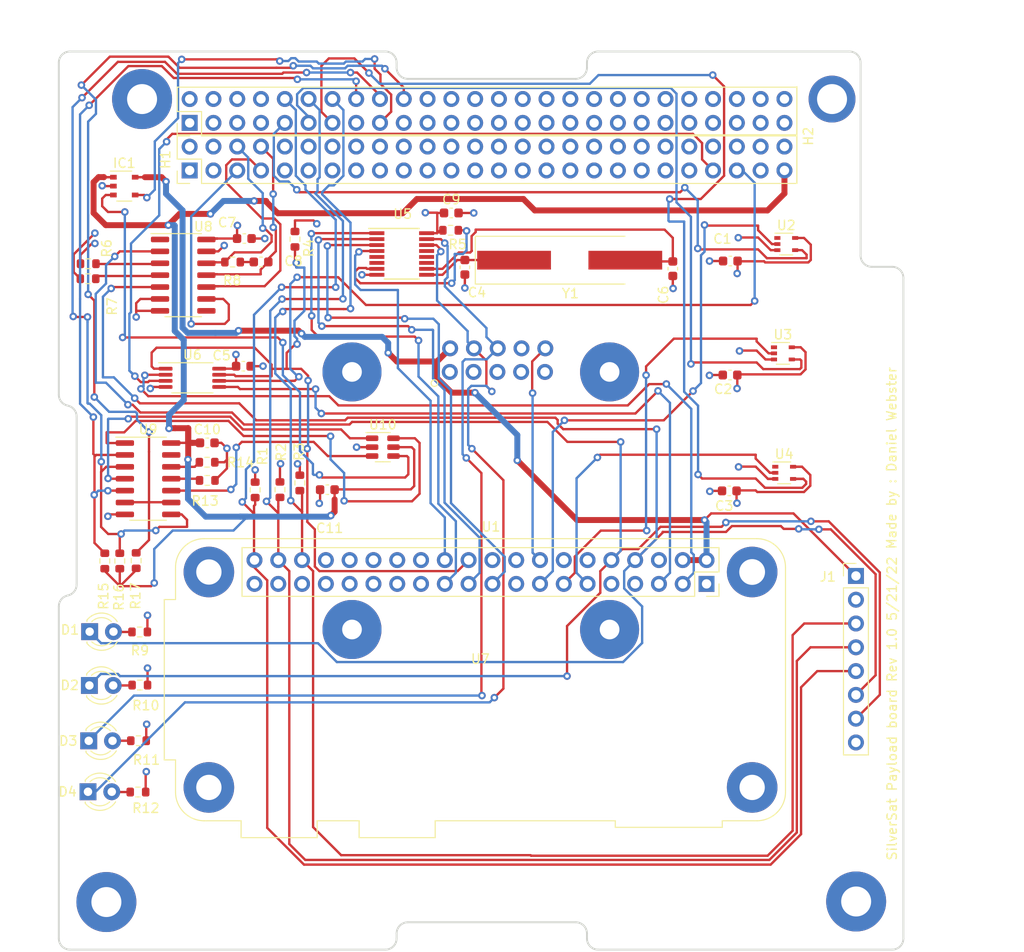
<source format=kicad_pcb>
(kicad_pcb (version 20211014) (generator pcbnew)
  (layers (0 "F.Cu" signal) (1 "In1.Cu" signal) (2 "In2.Cu" signal "GND") (31 "B.Cu" signal) (34 "B.Paste" user) (35 "F.Paste" user) (36 "B.SilkS" user "B.Silkscreen") (37 "F.SilkS" user "F.Silkscreen") (38 "B.Mask" user) (39 "F.Mask" user) (44 "Edge.Cuts" user))
  (net 0 "")
  (net 1 "GND")
  (net 2 "+3V3")
  (net 3 "Net-(C4-Pad1)")
  (net 4 "Net-(C6-Pad1)")
  (net 5 "H1_8")
  (net 6 "Net-(C8-Pad1)")
  (net 7 "Tx")
  (net 8 "Rx")
  (net 10 "H1_5")
  (net 11 "BCM_23")
  (net 13 "H1_7")
  (net 14 "H1_45")
  (net 15 "Net-(U10-Pad6)")
  (net 16 "Net-(U10-Pad1)")
  (net 20 "Net-(R5-Pad1)")
  (net 22 "H1_47")
  (net 23 "5v_IC_power")
  (net 24 "H2_9")
  (net 25 "H2_10")
  (net 26 "H2_11")
  (net 27 "H2_12")
  (net 28 "H2_13")
  (net 29 "H2_14")
  (net 30 "H2_16")
  (net 31 "H2_17")
  (net 32 "H2_18")
  (net 34 "Net-(R7-Pad2)")
  (net 35 "Net-(R6-Pad2)")
  (net 37 "H2_20")
  (net 38 "Net-(IC1-Pad3)")
  (net 39 "BCM_25")
  (net 53 "H1_6")
  (net 54 "+5V")
  (net 55 "BCM_2_(SDA)")
  (net 59 "BCM_3_(SCL)")
  (net 113 "BCM_15_(RxD)")
  (net 114 "BCM_14_(TxD)")
  (net 115 "Net-(D1-Pad2)")
  (net 116 "Net-(D2-Pad2)")
  (net 117 "Net-(D3-Pad2)")
  (net 118 "Net-(D4-Pad2)")
  (net 119 "Net-(R13-Pad2)")
  (net 120 "Net-(R14-Pad2)")
  (net 121 "BCM_17")
  (net 123 "BCM_27")
  (net 124 "BCM_22")
  (net 125 "BCM_10_(MOSI)")
  (net 127 "BCM_9_(MISO)")
  (net 136 "BCM_11_(SCLK)")
  (net 150 "BCM_8_(CE0)")
  (net 151 "Net-(U10-Pad3)")
  (footprint "Package_TO_SOT_SMD:SOT-353_SC-70-5" (layer "F.Cu") (at 129.14 75.94)
    (fp_text reference "U2")
    (fp_text value "74LVC1G07MDCKREPG4")
  )
  (footprint "Package_TO_SOT_SMD:SOT-353_SC-70-5" (layer "F.Cu") (at 128.78 87.61)
    (fp_text reference "U3")
    (fp_text value "74LVC1G07MDCKREPG4")
  )
  (footprint "Package_SO:QSOP-16_3.9x4.9mm_P0.635mm" (layer "F.Cu") (at 88.09 77)
    (fp_text reference "U5")
    (fp_text value "MAX3100")
  )
  (footprint "Package_SO:TSSOP-8_4.4x3mm_P0.65mm" (layer "F.Cu") (at 65.74 90.22)
    (fp_text reference "U6")
    (fp_text value "SN74CB3Q3306A")
  )
  (footprint "Package_SO:SOIC-14_3.9x8.7mm_P1.27mm" (layer "F.Cu") (at 64.76 79.26)
    (fp_text reference "U8")
    (fp_text value "SN65HVD70D")
  )
  (footprint "Module:Raspberry_Pi_Zero_Socketed_THT_FaceDown_MountingHoles" (layer "F.Cu") (at 120.63 112.22 -90)
    (fp_text reference "U1")
    (fp_text value "RaspberryPiZero(v1.1)")
  )
  (footprint "Silversat special parts:UCAM-III" (layer "F.Cu") (at 96.53 103.34 180)
    (fp_text reference "U7")
    (fp_text value "uCamIII")
  )
  (footprint "Crystal:Crystal_SMD_HC49-SD_HandSoldering" (layer "F.Cu") (at 106.02 77.66)
    (fp_text reference "Y1")
    (fp_text value "3.5864 MHz1")
  )
  (footprint "Resistor_SMD:R_0603_1608Metric" (layer "F.Cu") (at 54.62 78.04)
    (fp_text reference "R6")
    (fp_text value "10 kohm")
  )
  (footprint "Capacitor_SMD:C_0603_1608Metric" (layer "F.Cu") (at 123.17 77.75 180)
    (fp_text reference "C1")
    (fp_text value ".1uF")
  )
  (footprint "Capacitor_SMD:C_0603_1608Metric" (layer "F.Cu") (at 123.14 89.92 180)
    (fp_text reference "C2")
    (fp_text value ".1uF")
  )
  (footprint "Capacitor_SMD:C_0603_1608Metric" (layer "F.Cu") (at 123.06 102.29 180)
    (fp_text reference "C3")
    (fp_text value ".1uF")
  )
  (footprint "Capacitor_SMD:C_0603_1608Metric" (layer "F.Cu") (at 94.83 78.42 -90)
    (fp_text reference "C4")
    (fp_text value "33pF")
  )
  (footprint "Capacitor_SMD:C_0603_1608Metric" (layer "F.Cu") (at 71.18 88.98)
    (fp_text reference "C5")
    (fp_text value ".1uF")
  )
  (footprint "Capacitor_SMD:C_0603_1608Metric" (layer "F.Cu") (at 117.03 78.57 -90)
    (fp_text reference "C6")
    (fp_text value "33pF")
  )
  (footprint "Capacitor_SMD:C_0603_1608Metric" (layer "F.Cu") (at 71.285 75.35 180)
    (fp_text reference "C7")
    (fp_text value ".1uF")
  )
  (footprint "Capacitor_SMD:C_0603_1608Metric" (layer "F.Cu") (at 73.07 77.85)
    (fp_text reference "C8")
    (fp_text value ".1uF")
  )
  (footprint "Resistor_SMD:R_0603_1608Metric" (layer "F.Cu") (at 72.44 102.18 -90)
    (fp_text reference "R1")
    (fp_text value "10 kohm")
  )
  (footprint "Resistor_SMD:R_0603_1608Metric" (layer "F.Cu") (at 75.09 102.16 90)
    (fp_text reference "R2")
    (fp_text value "10 kohm")
  )
  (footprint "Resistor_SMD:R_0603_1608Metric" (layer "F.Cu") (at 77.21 101.44 90)
    (fp_text reference "R3")
    (fp_text value "10 kohm")
  )
  (footprint "Resistor_SMD:R_0603_1608Metric" (layer "F.Cu") (at 76.693334 75.42248 -90)
    (fp_text reference "R4")
    (fp_text value "10 kohm")
  )
  (footprint "Resistor_SMD:R_0603_1608Metric" (layer "F.Cu") (at 93.305 74.47 180)
    (fp_text reference "R5")
    (fp_text value "10 kohm")
  )
  (footprint "Resistor_SMD:R_0603_1608Metric" (layer "F.Cu") (at 54.6 79.64)
    (fp_text reference "R7")
    (fp_text value "10 kohm")
  )
  (footprint "Resistor_SMD:R_0603_1608Metric" (layer "F.Cu") (at 70.03 77.86)
    (fp_text reference "R8")
    (fp_text value "453")
  )
  (footprint "Connector_PinHeader_2.54mm:PinHeader_1x08_P2.54mm_Vertical" (layer "F.Cu") (at 136.58 111.37)
    (fp_text reference "J1")
    (fp_text value "Conn_01x08_Male")
  )
  (footprint "SilverSat_footprints:TheBus2x26" (layer "F.Cu") (at 65.448128 65.541662 90)
    (fp_text reference "H1")
    (fp_text value "Conn_02x26_Odd_Even")
  )
  (footprint "SilverSat_footprints:TheBus2x26" (layer "F.Cu") (at 65.448128 60.461662 90)
    (fp_text reference "H2")
    (fp_text value "Conn_02x26_Odd_Even")
  )
  (footprint "Capacitor_SMD:C_0603_1608Metric" (layer "F.Cu") (at 93.38 72.62)
    (fp_text reference "C9")
    (fp_text value ".1uF")
  )
  (footprint "MountingHole:MountingHole_3.2mm_M3_Pad" (layer "F.Cu") (at 134.028128 60.461662)
    (fp_text reference "REF**" hide)
    (fp_text value "MountingHole_3.2mm_M3_Pad")
  )
  (footprint "MountingHole:MountingHole_3.2mm_M3_Pad" (layer "F.Cu") (at 60.368128 60.461662)
    (fp_text reference "REF**" hide)
    (fp_text value "MountingHole_3.2mm_M3_Pad")
  )
  (footprint "LED_THT:LED_D3.0mm" (layer "F.Cu") (at 54.673334 128.97248)
    (fp_text reference "D3")
    (fp_text value "LED")
  )
  (footprint "MountingHole:MountingHole_3.2mm_M3_Pad" (layer "F.Cu") (at 56.558128 146.186662)
    (fp_text reference "REF**" hide)
    (fp_text value "MountingHole_3.2mm_M3_Pad")
  )
  (footprint "Resistor_SMD:R_0603_1608Metric" (layer "F.Cu") (at 67.328334 101.17248 180)
    (fp_text reference "R13")
    (fp_text value "10 kohm")
  )
  (footprint "Resistor_SMD:R_0603_1608Metric" (layer "F.Cu") (at 59.738334 109.73248 90)
    (fp_text reference "R17")
    (fp_text value "10 kohm")
  )
  (footprint "Package_TO_SOT_SMD:SOT-353_SC-70-5" (layer "F.Cu") (at 128.918334 100.36248)
    (fp_text reference "U4")
    (fp_text value "74LVC1G07MDCKREPG4")
  )
  (footprint "Package_SO:TSOP-5_1.65x3.05mm_P0.95mm" (layer "F.Cu") (at 58.468334 69.75248)
    (fp_text reference "IC1")
    (fp_text value "BD2268G-MGTR-SamacSys_Parts2")
  )
  (footprint "Resistor_SMD:R_0603_1608Metric" (layer "F.Cu") (at 57.988334 109.77248 -90)
    (fp_text reference "R16")
    (fp_text value "10 kohm")
  )
  (footprint "Capacitor_SMD:C_0603_1608Metric" (layer "F.Cu") (at 80.148334 102.16248 180)
    (fp_text reference "C11")
    (fp_text value ".1uF")
  )
  (footprint "Resistor_SMD:R_0603_1608Metric" (layer "F.Cu") (at 60.113334 117.35248 180)
    (fp_text reference "R9")
    (fp_text value "10 kohm")
  )
  (footprint "LED_THT:LED_D3.0mm" (layer "F.Cu") (at 54.773334 117.32248)
    (fp_text reference "D1")
    (fp_text value "LED")
  )
  (footprint "Package_TO_SOT_SMD:SOT-23-6" (layer "F.Cu") (at 86.068334 97.62248)
    (fp_text reference "U10")
    (fp_text value "74LVC1G332")
  )
  (footprint "Resistor_SMD:R_0603_1608Metric" (layer "F.Cu") (at 59.988334 128.96248 180)
    (fp_text reference "R11")
    (fp_text value "10 kohm")
  )
  (footprint "Resistor_SMD:R_0603_1608Metric" (layer "F.Cu") (at 59.928334 134.44248 180)
    (fp_text reference "R12")
    (fp_text value "10 kohm")
  )
  (footprint "Resistor_SMD:R_0603_1608Metric" (layer "F.Cu") (at 56.388334 109.77248 -90)
    (fp_text reference "R15")
    (fp_text value "10 kohm")
  )
  (footprint "MountingHole:MountingHole_3.2mm_M3_Pad" (layer "F.Cu") (at 136.603128 146.126662)
    (fp_text reference "REF**" hide)
    (fp_text value "MountingHole_3.2mm_M3_Pad" hide)
  )
  (footprint "Resistor_SMD:R_0603_1608Metric" (layer "F.Cu") (at 60.128334 123.02248 180)
    (fp_text reference "R10")
    (fp_text value "10 kohm")
  )
  (footprint "Resistor_SMD:R_0603_1608Metric" (layer "F.Cu") (at 67.308334 99.23248 180)
    (fp_text reference "R14")
    (fp_text value "10 kohm")
  )
  (footprint "Package_SO:SOIC-14_3.9x8.7mm_P1.27mm" (layer "F.Cu") (at 61.008334 100.99248)
    (fp_text reference "U9")
    (fp_text value "74HC02")
  )
  (footprint "LED_THT:LED_D3.0mm" (layer "F.Cu") (at 54.743334 123.06248)
    (fp_text reference "D2")
    (fp_text value "LED")
  )
  (footprint "Capacitor_SMD:C_0603_1608Metric" (layer "F.Cu") (at 67.328334 97.16248)
    (fp_text reference "C10")
    (fp_text value ".1uF")
  )
  (footprint "LED_THT:LED_D3.0mm" (layer "F.Cu") (at 54.593334 134.41248)
    (fp_text reference "D4")
    (fp_text value "LED")
  )
  (gr_line (start 107.863128 149.539462) (end 107.863128 150.072862) (layer "Edge.Cuts") (width 0.2))
  (gr_arc (start 52.671928 151.266662) (mid 51.827784 150.917006) (end 51.478128 150.072862) (layer "Edge.Cuts") (width 0.2))
  (gr_line (start 107.863128 56.575462) (end 107.863128 57.108862) (layer "Edge.Cuts") (width 0.2))
  (gr_line (start 53.383128 94.357962) (end 53.383128 112.290362) (layer "Edge.Cuts") (width 0.2))
  (gr_line (start 51.478128 92.019644) (end 51.478128 56.575462) (layer "Edge.Cuts") (width 0.2))
  (gr_arc (start 86.349328 55.381662) (mid 87.193472 55.731318) (end 87.543128 56.575462) (layer "Edge.Cuts") (width 0.2))
  (gr_line (start 88.736928 148.345662) (end 106.669328 148.345662) (layer "Edge.Cuts") (width 0.2))
  (gr_line (start 87.543128 57.108862) (end 87.543128 56.575462) (layer "Edge.Cuts") (width 0.2))
  (gr_arc (start 87.543128 149.539462) (mid 87.892784 148.695318) (end 88.736928 148.345662) (layer "Edge.Cuts") (width 0.2))
  (gr_line (start 106.669328 58.302662) (end 88.736928 58.302662) (layer "Edge.Cuts") (width 0.2))
  (gr_line (start 52.671928 55.381662) (end 86.349328 55.381662) (layer "Edge.Cuts") (width 0.2))
  (gr_line (start 87.543128 150.072862) (end 87.543128 149.539462) (layer "Edge.Cuts") (width 0.2))
  (gr_arc (start 52.430628 93.188803) (mid 51.746395 92.773665) (end 51.478128 92.019644) (layer "Edge.Cuts") (width 0.2))
  (gr_arc (start 138.269928 78.368662) (mid 137.425784 78.019006) (end 137.076128 77.174862) (layer "Edge.Cuts") (width 0.2))
  (gr_arc (start 87.543128 150.072862) (mid 87.193472 150.917006) (end 86.349328 151.266662) (layer "Edge.Cuts") (width 0.2))
  (gr_arc (start 51.478128 56.575462) (mid 51.827784 55.731318) (end 52.671928 55.381662) (layer "Edge.Cuts") (width 0.2))
  (gr_arc (start 107.863128 56.575462) (mid 108.212784 55.731318) (end 109.056928 55.381662) (layer "Edge.Cuts") (width 0.2))
  (gr_arc (start 53.383128 112.290362) (mid 53.114861 113.044383) (end 52.430628 113.459521) (layer "Edge.Cuts") (width 0.2))
  (gr_line (start 137.076128 77.174862) (end 137.076128 56.575462) (layer "Edge.Cuts") (width 0.2))
  (gr_arc (start 107.863128 57.108862) (mid 107.513472 57.953006) (end 106.669328 58.302662) (layer "Edge.Cuts") (width 0.2))
  (gr_arc (start 135.882328 55.381662) (mid 136.726472 55.731318) (end 137.076128 56.575462) (layer "Edge.Cuts") (width 0.2))
  (gr_arc (start 140.454328 78.368662) (mid 141.298084 78.715433) (end 141.647975 79.557901) (layer "Edge.Cuts") (width 0.2))
  (gr_line (start 109.056928 55.381662) (end 135.882328 55.381662) (layer "Edge.Cuts") (width 0.2))
  (gr_arc (start 106.669328 148.345662) (mid 107.513472 148.695318) (end 107.863128 149.539462) (layer "Edge.Cuts") (width 0.2))
  (gr_line (start 141.647975 79.557901) (end 141.647975 150.068301) (layer "Edge.Cuts") (width 0.2))
  (gr_line (start 140.454328 78.368662) (end 138.269928 78.368662) (layer "Edge.Cuts") (width 0.2))
  (gr_line (start 86.349328 151.266662) (end 52.671928 151.266662) (layer "Edge.Cuts") (width 0.2))
  (gr_line (start 51.478128 150.072862) (end 51.478128 114.62868) (layer "Edge.Cuts") (width 0.2))
  (gr_arc (start 52.430628 93.188803) (mid 53.114861 93.603941) (end 53.383128 94.357962) (layer "Edge.Cuts") (width 0.2))
  (gr_arc (start 51.478128 114.62868) (mid 51.746395 113.874659) (end 52.430628 113.459521) (layer "Edge.Cuts") (width 0.2))
  (gr_arc (start 88.736928 58.302662) (mid 87.892784 57.953006) (end 87.543128 57.108862) (layer "Edge.Cuts") (width 0.2))
  (gr_arc (start 109.056928 151.266662) (mid 108.212784 150.917006) (end 107.863128 150.072862) (layer "Edge.Cuts") (width 0.2))
  (gr_line (start 140.454328 151.266662) (end 109.056928 151.266662) (layer "Edge.Cuts") (width 0.2))
  (gr_arc (start 141.647975 150.068301) (mid 141.298677 150.914033) (end 140.454328 151.266662) (layer "Edge.Cuts") (width 0.2))
  (gr_text "SilverSat Payload board Rev 1.0 5/21/22\n\n" (at 141.243334 125.52248 90) (layer "F.SilkS") (effects (font (size 1 1))))
  (gr_text " Made by : Daniel Webster" (at 140.393334 99.17248 90) (layer "F.SilkS") (effects (font (size 1 1))))
  (segment (start 57.308334 69.75248) (end 56.148334 69.75248) (width 0.25) (layer "F.Cu") (net 1))
  (segment (start 122.285 102.29) (end 121.03 102.29) (width 0.25) (layer "F.Cu") (net 1))
  (segment (start 79.373334 102.16248) (end 79.373334 103.53748) (width 0.25) (layer "F.Cu") (net 1))
  (segment (start 127.83 88.26) (end 126.925 88.26) (width 0.25) (layer "F.Cu") (net 1))
  (segment (start 69.148334 99.23248) (end 69.428334 98.95248) (width 0.25) (layer "F.Cu") (net 1))
  (segment (start 56.918323 104.80248) (end 56.718323 105.00248) (width 0.25) (layer "F.Cu") (net 1))
  (segment (start 125.975 87.31) (end 124.19 87.31) (width 0.25) (layer "F.Cu") (net 1))
  (segment (start 94.155 72.62) (end 95.78 72.62) (width 0.25) (layer "F.Cu") (net 1))
  (segment (start 68.838334 97.16248) (end 69.428334 97.75248) (width 0.25) (layer "F.Cu") (net 1))
  (segment (start 125.875 99.7) (end 127.185 101.01) (width 0.25) (layer "F.Cu") (net 1))
  (segment (start 62.8775 91.195) (end 61.411576 91.195) (width 0.25) (layer "F.Cu") (net 1))
  (segment (start 59.77 83.07) (end 59.74 83.04) (width 0.25) (layer "F.Cu") (net 1))
  (segment (start 58.533334 104.80248) (end 56.918323 104.80248) (width 0.25) (layer "F.Cu") (net 1))
  (segment (start 61.411576 91.195) (end 61.247154 91.359422) (width 0.25) (layer "F.Cu") (net 1))
  (segment (start 127.18748 101.01248) (end 127.185 101.01) (width 0.25) (layer "F.Cu") (net 1))
  (segment (start 85.4357 79.2225) (end 83.8425 79.2225) (width 0.25) (layer "F.Cu") (net 1))
  (segment (start 124.08 99.7) (end 124.05 99.73) (width 0.25) (layer "F.Cu") (net 1))
  (segment (start 122.365 89.92) (end 120.98 89.92) (width 0.25) (layer "F.Cu") (net 1))
  (segment (start 55.018334 75.87248) (end 55.332834 75.87248) (width 0.25) (layer "F.Cu") (net 1))
  (segment (start 53.795 77.095814) (end 55.018334 75.87248) (width 0.25) (layer "F.Cu") (net 1))
  (segment (start 127.185 101.01) (end 127.97 101.01) (width 0.25) (layer "F.Cu") (net 1))
  (segment (start 120.98 89.92) (end 120.94 89.96) (width 0.25) (layer "F.Cu") (net 1))
  (segment (start 69.428334 99.89748) (end 69.428334 98.95248) (width 0.25) (layer "F.Cu") (net 1))
  (segment (start 68.153334 101.17248) (end 69.428334 99.89748) (width 0.25) (layer "F.Cu") (net 1))
  (segment (start 79.373334 103.53748) (end 79.288334 103.62248) (width 0.25) (layer "F.Cu") (net 1))
  (segment (start 121.03 102.29) (end 120.98 102.34) (width 0.25) (layer "F.Cu") (net 1))
  (segment (start 73.27 88.98) (end 73.28 88.97) (width 0.25) (layer "F.Cu") (net 1))
  (segment (start 72.06 75.35) (end 73.47 75.35) (width 0.25) (layer "F.Cu") (net 1))
  (segment (start 62.285 83.07) (end 59.77 83.07) (width 0.25) (layer "F.Cu") (net 1))
  (segment (start 127.968334 101.01248) (end 127.18748 101.01248) (width 0.25) (layer "F.Cu") (net 1))
  (segment (start 83.8425 79.2225) (end 83.84 79.22) (width 0.25) (layer "F.Cu") (net 1))
  (segment (start 62.285 81.8) (end 60.19 81.8) (width 0.25) (layer "F.Cu") (net 1))
  (segment (start 94.83 80.15) (end 94.83 80.63) (width 0.25) (layer "F.Cu") (net 1))
  (segment (start 69.428334 98.95248) (end 69.428334 97.75248) (width 0.25) (layer "F.Cu") (net 1))
  (segment (start 126.135 75.24) (end 124.04 75.24) (width 0.25) (layer "F.Cu") (net 1))
  (segment (start 84.930834 97.62248) (end 83.268334 97.62248) (width 0.25) (layer "F.Cu") (net 1))
  (segment (start 68.103334 97.16248) (end 68.838334 97.16248) (width 0.25) (layer "F.Cu") (net 1))
  (segment (start 59.74 83.04) (end 59.74 83.73) (width 0.25) (layer "F.Cu") (net 1))
  (segment (start 68.133334 99.23248) (end 69.148334 99.23248) (width 0.25) (layer "F.Cu") (net 1))
  (segment (start 56.148334 69.75248) (end 56.108334 69.71248) (width 0.25) (layer "F.Cu") (net 1))
  (segment (start 117.03 80.65) (end 117.06 80.68) (width 0.25) (layer "F.Cu") (net 1))
  (segment (start 125.875 99.7) (end 124.08 99.7) (width 0.25) (layer "F.Cu") (net 1))
  (segment (start 117.03 80.24) (end 117.03 80.65) (width 0.25) (layer "F.Cu") (net 1))
  (segment (start 126.925 88.26) (end 125.975 87.31) (width 0.25) (layer "F.Cu") (net 1))
  (segment (start 60.19 81.8) (end 59.74 82.25) (width 0.25) (layer "F.Cu") (net 1))
  (segment (start 124.19 87.31) (end 124.15 87.35) (width 0.25) (layer "F.Cu") (net 1))
  (segment (start 122.395 77.75) (end 120.95 77.75) (width 0.25) (layer "F.Cu") (net 1))
  (segment (start 59.74 82.25) (end 59.74 83.04) (width 0.25) (layer "F.Cu") (net 1))
  (segment (start 126.135 75.24) (end 127.485 76.59) (width 0.25) (layer "F.Cu") (net 1))
  (segment (start 124.04 75.24) (end 124.02 75.26) (width 0.25) (layer "F.Cu") (net 1))
  (segment (start 53.795 78.04) (end 53.795 77.095814) (width 0.25) (layer "F.Cu") (net 1))
  (segment (start 71.955 88.98) (end 73.27 88.98) (width 0.25) (layer "F.Cu") (net 1))
  (segment (start 127.485 76.59) (end 128.19 76.59) (width 0.25) (layer "F.Cu") (net 1))
  (segment (start 117.03 79.345) (end 117.03 80.24) (width 0.25) (layer "F.Cu") (net 1))
  (segment (start 94.83 79.195) (end 94.83 80.15) (width 0.25) (layer "F.Cu") (net 1))
  (via (at 124.05 99.73) (size 0.8) (drill 0.4) (layers "F.Cu" "B.Cu") (net 1))
  (via (at 56.718323 105.00248) (size 0.8) (drill 0.4) (layers "F.Cu" "B.Cu") (net 1))
  (via (at 79.288334 103.62248) (size 0.8) (drill 0.4) (layers "F.Cu" "B.Cu") (net 1))
  (via (at 59.74 83.73) (size 0.8) (drill 0.4) (layers "F.Cu" "B.Cu") (net 1))
  (via (at 94.83 80.63) (size 0.8) (drill 0.4) (layers "F.Cu" "B.Cu") (net 1))
  (via (at 83.84 79.22) (size 0.8) (drill 0.4) (layers "F.Cu" "B.Cu") (net 1))
  (via (at 61.247154 91.359422) (size 0.8) (drill 0.4) (layers "F.Cu" "B.Cu") (net 1))
  (via (at 120.98 102.34) (size 0.8) (drill 0.4) (layers "F.Cu" "B.Cu") (net 1))
  (via (at 117.06 80.68) (size 0.8) (drill 0.4) (layers "F.Cu" "B.Cu") (net 1))
  (via (at 124.15 87.35) (size 0.8) (drill 0.4) (layers "F.Cu" "B.Cu") (net 1))
  (via (at 56.108334 69.71248) (size 0.8) (drill 0.4) (layers "F.Cu" "B.Cu") (net 1))
  (via (at 83.268334 97.62248) (size 0.8) (drill 0.4) (layers "F.Cu" "B.Cu") (net 1))
  (via (at 95.78 72.62) (size 0.8) (drill 0.4) (layers "F.Cu" "B.Cu") (net 1))
  (via (at 120.95 77.75) (size 0.8) (drill 0.4) (layers "F.Cu" "B.Cu") (net 1))
  (via (at 69.428334 97.75248) (size 0.8) (drill 0.4) (layers "F.Cu" "B.Cu") (net 1))
  (via (at 73.28 88.97) (size 0.8) (drill 0.4) (layers "F.Cu" "B.Cu") (net 1))
  (via (at 55.332834 75.87248) (size 0.8) (drill 0.4) (layers "F.Cu" "B.Cu") (net 1))
  (via (at 124.02 75.26) (size 0.8) (drill 0.4) (layers "F.Cu" "B.Cu") (net 1))
  (via (at 120.94 89.96) (size 0.8) (drill 0.4) (layers "F.Cu" "B.Cu") (net 1))
  (via (at 73.47 75.35) (size 0.8) (drill 0.4) (layers "F.Cu" "B.Cu") (net 1))
  (segment (start 123.975 77.78) (end 126.76859 77.78) (width 0.25) (layer "F.Cu") (net 2))
  (segment (start 77.21 100.615) (end 77.21 99.64798) (width 0.25) (layer "F.Cu") (net 2))
  (segment (start 68.41 75.35) (end 67.335 75.35) (width 0.25) (layer "F.Cu") (net 2))
  (segment (start 67.235 76.72) (end 68.51 76.72) (width 0.25) (layer "F.Cu") (net 2))
  (segment (start 123.835 102.29) (end 123.835 103.555) (width 0.25) (layer "F.Cu") (net 2))
  (segment (start 130.82 99.71) (end 131.71001 100.60001) (width 0.25) (layer "F.Cu") (net 2))
  (segment (start 131.4964 77.90001) (end 131.76001 77.6364) (width 0.25) (layer "F.Cu") (net 2))
  (segment (start 129.87 99.71) (end 130.82 99.71) (width 0.25) (layer "F.Cu") (net 2))
  (segment (start 131.71001 100.60001) (end 131.71001 101.7364) (width 0.25) (layer "F.Cu") (net 2))
  (segment (start 91.855 72.59) (end 90.61 72.59) (width 0.25) (layer "F.Cu") (net 2))
  (segment (start 60.938334 115.58248) (end 60.948334 115.57248) (width 0.25) (layer "F.Cu") (net 2))
  (segment (start 91.8825 72.6175) (end 92.6025 72.6175) (width 0.25) (layer "F.Cu") (net 2))
  (segment (start 68.255 75.35) (end 68.245 75.36) (width 0.25) (layer "F.Cu") (net 2))
  (segment (start 67.335 75.35) (end 67.235 75.45) (width 0.25) (layer "F.Cu") (net 2))
  (segment (start 72.44 101.355) (end 72.44 100.05) (width 0.25) (layer "F.Cu") (net 2))
  (segment (start 123.835 103.555) (end 123.88 103.6) (width 0.25) (layer "F.Cu") (net 2))
  (segment (start 60.953334 123.02248) (end 60.953334 121.21748) (width 0.25) (layer "F.Cu") (net 2))
  (segment (start 76.693334 73.42248) (end 78.668334 73.42248) (width 0.25) (layer "F.Cu") (net 2))
  (segment (start 92.48 74.47) (end 92.19 74.47) (width 0.25) (layer "F.Cu") (net 2))
  (segment (start 123.885 102.24) (end 123.835 102.29) (width 0.25) (layer "F.Cu") (net 2))
  (segment (start 53.775 79.64) (end 53.07048 78.93548) (width 0.25) (layer "F.Cu") (net 2))
  (segment (start 131.76001 77.6364) (end 131.76001 76.01001) (width 0.25) (layer "F.Cu") (net 2))
  (segment (start 125.875 102.24) (end 123.885 102.24) (width 0.25) (layer "F.Cu") (net 2))
  (segment (start 68.6025 89.245) (end 70.14 89.245) (width 0.25) (layer "F.Cu") (net 2))
  (segment (start 78.668334 73.42248) (end 79.018334 73.77248) (width 0.25) (layer "F.Cu") (net 2))
  (segment (start 131.20001 89.3164) (end 131.20001 87.48001) (width 0.25) (layer "F.Cu") (net 2))
  (segment (start 131.71001 101.7364) (end 131.0364 102.41001) (width 0.25) (layer "F.Cu") (net 2))
  (segment (start 91.8825 74.7775) (end 91.8825 72.6175) (width 0.25) (layer "F.Cu") (net 2))
  (segment (start 60.953334 121.21748) (end 60.948334 121.21248) (width 0.25) (layer "F.Cu") (net 2))
  (segment (start 92.19 74.47) (end 91.8825 74.7775) (width 0.25) (layer "F.Cu") (net 2))
  (segment (start 68.41 75.35) (end 68.255 75.35) (width 0.25) (layer "F.Cu") (net 2))
  (segment (start 70.51 73.99) (end 70.55 73.95) (width 0.25) (layer "F.Cu") (net 2))
  (segment (start 130.81752 99.71248) (end 130.82 99.71) (width 0.25) (layer "F.Cu") (net 2))
  (segment (start 131.20001 87.48001) (end 130.68 86.96) (width 0.25) (layer "F.Cu") (net 2))
  (segment (start 70.14 89.245) (end 70.405 88.98) (width 0.25) (layer "F.Cu") (net 2))
  (segment (start 60.938334 117.35248) (end 60.938334 115.58248) (width 0.25) (layer "F.Cu") (net 2))
  (segment (start 126.04501 102.41001) (end 125.875 102.24) (width 0.25) (layer "F.Cu") (net 2))
  (segment (start 76.693334 74.59748) (end 76.693334 73.42248) (width 0.25) (layer "F.Cu") (net 2))
  (segment (start 77.21 99.64798) (end 76.9645 99.40248) (width 0.25) (layer "F.Cu") (net 2))
  (segment (start 53.07048 77.034834) (end 55.332834 74.77248) (width 0.25) (layer "F.Cu") (net 2))
  (segment (start 75.09 99.45) (end 75.15 99.39) (width 0.25) (layer "F.Cu") (net 2))
  (segment (start 130.68 86.96) (end 129.73 86.96) (width 0.25) (layer "F.Cu") (net 2))
  (segment (start 126.76859 77.78) (end 126.8886 77.90001) (width 0.25) (layer "F.Cu") (net 2))
  (segment (start 70.51 75.35) (end 70.51 73.99) (width 0.25) (layer "F.Cu") (net 2))
  (segment (start 92.6025 72.6175) (end 92.605 72.62) (width 0.25) (layer "F.Cu") (net 2))
  (segment (start 60.813334 128.96248) (end 60.813334 127.24748) (width 0.25) (layer "F.Cu") (net 2))
  (segment (start 123.945 77.75) (end 123.945 79.035) (width 0.25) (layer "F.Cu") (net 2))
  (segment (start 60.813334 127.24748) (end 60.858334 127.20248) (width 0.25) (layer "F.Cu") (net 2))
  (segment (start 60.753334 132.32748) (end 60.818334 132.26248) (width 0.25) (layer "F.Cu") (net 2))
  (segment (start 75.09 101.335) (end 75.09 99.45) (width 0.25) (layer "F.Cu") (net 2))
  (segment (start 123.945 79.035) (end 123.9 79.08) (width 0.25) (layer "F.Cu") (net 2))
  (segment (start 123.985 89.85) (end 130.66641 89.85) (width 0.25) (layer "F.Cu") (net 2))
  (segment (start 129.868334 99.71248) (end 130.81752 99.71248) (width 0.25) (layer "F.Cu") (net 2))
  (segment (start 70.405 87.745) (end 70.39 87.73) (width 0.25) (layer "F.Cu") (net 2))
  (segment (start 131.0364 102.41001) (end 126.04501 102.41001) (width 0.25) (layer "F.Cu") (net 2))
  (segment (start 131.04 75.29) (end 130.09 75.29) (width 0.25) (layer "F.Cu") (net 2))
  (segment (start 70.51 75.35) (end 68.41 75.35) (width 0.25) (layer "F.Cu") (net 2))
  (segment (start 123.945 77.75) (end 123.975 77.78) (width 0.25) (layer "F.Cu") (net 2))
  (segment (start 53.07048 78.93548) (end 53.07048 77.034834) (width 0.25) (layer "F.Cu") (net 2))
  (segment (start 126.8886 77.90001) (end 131.4964 77.90001) (width 0.25) (layer "F.Cu") (net 2))
  (segment (start 123.915 89.92) (end 123.915 91.335) (width 0.25) (layer "F.Cu") (net 2))
  (segment (start 123.915 89.92) (end 123.985 89.85) (width 0.25) (layer "F.Cu") (net 2))
  (segment (start 123.915 91.335) (end 123.89 91.36) (width 0.25) (layer "F.Cu") (net 2))
  (segment (start 91.8825 72.6175) (end 91.855 72.59) (width 0.25) (layer "F.Cu") (net 2))
  (segment (start 91.8825 74.7775) (end 90.7443 74.7775) (width 0.25) (layer "F.Cu") (net 2))
  (segment (start 131.76001 76.01001) (end 131.04 75.29) (width 0.25) (layer "F.Cu") (net 2))
  (segment (start 68.51 76.72) (end 69.14 76.09) (width 0.25) (layer "F.Cu") (net 2))
  (segment (start 60.753334 134.44248) (end 60.753334 132.32748) (width 0.25) (layer "F.Cu") (net 2))
  (segment (start 70.405 88.98) (end 70.405 87.745) (width 0.25) (layer "F.Cu") (net 2))
  (segment (start 130.66641 89.85) (end 131.20001 89.3164) (width 0.25) (layer "F.Cu") (net 2))
  (via (at 79.018334 73.77248) (size 0.8) (drill 0.4) (layers "F.Cu" "B.Cu") (net 2))
  (via (at 76.9645 99.40248) (size 0.8) (drill 0.4) (layers "F.Cu" "B.Cu") (net 2))
  (via (at 123.9 79.08) (size 0.8) (drill 0.4) (layers "F.Cu" "B.Cu") (net 2))
  (via (at 123.89 91.36) (size 0.8) (drill 0.4) (layers "F.Cu" "B.Cu") (net 2))
  (via (at 60.858334 127.20248) (size 0.8) (drill 0.4) (layers "F.Cu" "B.Cu") (net 2))
  (via (at 60.818334 132.26248) (size 0.8) (drill 0.4) (layers "F.Cu" "B.Cu") (net 2))
  (via (at 69.14 76.09) (size 0.8) (drill 0.4) (layers "F.Cu" "B.Cu") (net 2))
  (via (at 60.948334 121.21248) (size 0.8) (drill 0.4) (layers "F.Cu" "B.Cu") (net 2))
  (via (at 60.948334 115.57248) (size 0.8) (drill 0.4) (layers "F.Cu" "B.Cu") (net 2))
  (via (at 55.332834 74.77248) (size 0.8) (drill 0.4) (layers "F.Cu" "B.Cu") (net 2))
  (via (at 70.55 73.95) (size 0.8) (drill 0.4) (layers "F.Cu" "B.Cu") (net 2))
  (via (at 90.61 72.59) (size 0.8) (drill 0.4) (layers "F.Cu" "B.Cu") (net 2))
  (via (at 72.44 100.05) (size 0.8) (drill 0.4) (layers "F.Cu" "B.Cu") (net 2))
  (via (at 123.88 103.6) (size 0.8) (drill 0.4) (layers "F.Cu" "B.Cu") (net 2))
  (via (at 75.15 99.39) (size 0.8) (drill 0.4) (layers "F.Cu" "B.Cu") (net 2))
  (via (at 70.39 87.73) (size 0.8) (drill 0.4) (layers "F.Cu" "B.Cu") (net 2))
  (segment (start 92.4375 79.2225) (end 90.7443 79.2225) (width 0.25) (layer "F.Cu") (net 3))
  (segment (start 94.015 77.645) (end 92.4375 79.2225) (width 0.25) (layer "F.Cu") (net 3))
  (segment (start 94.83 77.645) (end 100.0675 77.645) (width 0.25) (layer "F.Cu") (net 3))
  (segment (start 94.83 77.645) (end 94.015 77.645) (width 0.25) (layer "F.Cu") (net 3))
  (segment (start 100.0675 77.645) (end 100.0825 77.66) (width 0.25) (layer "F.Cu") (net 3))
  (segment (start 95.9818 74.659014) (end 95.548334 75.09248) (width 0.25) (layer "F.Cu") (net 4))
  (segment (start 112.0925 77.795) (end 111.9575 77.66) (width 0.25) (layer "F.Cu") (net 4))
  (segment (start 90.7443 78.5875) (end 92.43609 78.5875) (width 0.25) (layer "F.Cu") (net 4))
  (segment (start 95.548334 75.09248) (end 95.548334 76.628334) (width 0.25) (layer "F.Cu") (net 4))
  (segment (start 117.03 77.795) (end 112.0925 77.795) (width 0.25) (layer "F.Cu") (net 4))
  (segment (start 117.03 77.795) (end 117.03 75.28) (width 0.25) (layer "F.Cu") (net 4))
  (segment (start 92.43609 78.5875) (end 94.18359 76.84) (width 0.25) (layer "F.Cu") (net 4))
  (segment (start 117.03 75.28) (end 116.15 74.4) (width 0.25) (layer "F.Cu") (net 4))
  (segment (start 116.15 74.4) (end 95.9818 74.4) (width 0.25) (layer "F.Cu") (net 4))
  (segment (start 112.0175 77.72) (end 111.9575 77.66) (width 0.25) (layer "F.Cu") (net 4))
  (segment (start 94.18359 76.84) (end 95.4 76.84) (width 0.25) (layer "F.Cu") (net 4))
  (segment (start 95.4 76.84) (end 95.58 76.66) (width 0.25) (layer "F.Cu") (net 4))
  (segment (start 95.548334 76.628334) (end 95.58 76.66) (width 0.25) (layer "F.Cu") (net 4))
  (segment (start 95.9818 74.4) (end 95.9818 74.659014) (width 0.25) (layer "F.Cu") (net 4))
  (segment (start 67.325 79.17) (end 67.235 79.26) (width 0.25) (layer "F.Cu") (net 5))
  (segment (start 73.03 79.17) (end 73.03 78.665) (width 0.25) (layer "F.Cu") (net 5))
  (segment (start 73.03 79.17) (end 68.38 79.17) (width 0.25) (layer "F.Cu") (net 5))
  (segment (start 68.38 79.17) (end 67.325 79.17) (width 0.25) (layer "F.Cu") (net 5))
  (segment (start 73.845 77.85) (end 73.845 77.51) (width 0.25) (layer "F.Cu") (net 5))
  (segment (start 74.362548 70.597242) (end 74.362548 66.826082) (width 0.25) (layer "F.Cu") (net 5))
  (segment (start 74.64501 74.426702) (end 74.373949 74.155641) (width 0.25) (layer "F.Cu") (net 5))
  (segment (start 74.64501 76.70999) (end 74.64501 74.426702) (width 0.25) (layer "F.Cu") (net 5))
  (segment (start 74.362548 66.826082) (end 73.068128 65.531662) (width 0.25) (layer "F.Cu") (net 5))
  (segment (start 68.38 79.17) (end 68.245 79.17) (width 0.25) (layer "F.Cu") (net 5))
  (segment (start 73.03 78.665) (end 73.845 77.85) (width 0.25) (layer "F.Cu") (net 5))
  (segment (start 73.845 77.51) (end 74.64501 76.70999) (width 0.25) (layer "F.Cu") (net 5))
  (via (at 74.362548 70.597242) (size 0.8) (drill 0.4) (layers "F.Cu" "B.Cu") (net 5))
  (via (at 74.373949 74.155641) (size 0.8) (drill 0.4) (layers "F.Cu" "B.Cu") (net 5))
  (segment (start 74.373949 74.155641) (end 74.373949 70.608643) (width 0.25) (layer "B.Cu") (net 5))
  (segment (start 74.373949 70.608643) (end 74.362548 70.597242) (width 0.25) (layer "B.Cu") (net 5))
  (segment (start 70.855 77.86) (end 72.285 77.86) (width 0.25) (layer "F.Cu") (net 6))
  (segment (start 72.285 77.86) (end 72.295 77.85) (width 0.25) (layer "F.Cu") (net 6))
  (segment (start 96.595489 100.389635) (end 94.978334 98.77248) (width 0.25) (layer "F.Cu") (net 7))
  (segment (start 96.658334 124.14248) (end 96.595489 124.079635) (width 0.25) (layer "F.Cu") (net 7))
  (segment (start 90.7443 75.4125) (end 92.260375 75.4125) (width 0.25) (layer "F.Cu") (net 7))
  (segment (start 92.260375 75.4125) (end 92.681678 75.833803) (width 0.25) (layer "F.Cu") (net 7))
  (segment (start 96.595489 124.079635) (end 96.595489 100.389635) (width 0.25) (layer "F.Cu") (net 7))
  (via (at 94.978334 98.77248) (size 0.8) (drill 0.4) (layers "F.Cu" "B.Cu") (net 7))
  (via (at 92.681678 75.833803) (size 0.8) (drill 0.4) (layers "F.Cu" "B.Cu") (net 7))
  (via (at 96.658334 124.14248) (size 0.8) (drill 0.4) (layers "F.Cu" "B.Cu") (net 7))
  (segment (start 97.163823 88.246991) (end 98.338334 87.07248) (width 0.25) (layer "B.Cu") (net 7))
  (segment (start 94.862813 88.246991) (end 97.163823 88.246991) (width 0.25) (layer "B.Cu") (net 7))
  (segment (start 94.585489 88.524315) (end 94.862813 88.246991) (width 0.25) (layer "B.Cu") (net 7))
  (segment (start 54.673334 128.97248) (end 59.503334 124.14248) (width 0.25) (layer "B.Cu") (net 7))
  (segment (start 97.135802 84.908804) (end 97.135802 85.869948) (width 0.25) (layer "B.Cu") (net 7))
  (segment (start 92.695 79.771998) (end 92.695 80.468002) (width 0.25) (layer "B.Cu") (net 7))
  (segment (start 92.681678 75.833803) (end 92.984511 76.136636) (width 0.25) (layer "B.Cu") (net 7))
  (segment (start 97.135802 85.869948) (end 98.338334 87.07248) (width 0.25) (layer "B.Cu") (net 7))
  (segment (start 92.695 80.468002) (end 97.135802 84.908804) (width 0.25) (layer "B.Cu") (net 7))
  (segment (start 94.585489 98.379635) (end 94.585489 88.524315) (width 0.25) (layer "B.Cu") (net 7))
  (segment (start 94.978334 98.77248) (end 94.585489 98.379635) (width 0.25) (layer "B.Cu") (net 7))
  (segment (start 59.503334 124.14248) (end 96.658334 124.14248) (width 0.25) (layer "B.Cu") (net 7))
  (segment (start 92.984511 79.482487) (end 92.695 79.771998) (width 0.25) (layer "B.Cu") (net 7))
  (segment (start 92.984511 76.136636) (end 92.984511 79.482487) (width 0.25) (layer "B.Cu") (net 7))
  (segment (start 97.125489 88.399635) (end 95.798334 87.07248) (width 0.25) (layer "F.Cu") (net 8))
  (segment (start 97.978334 124.36248) (end 98.944511 123.396303) (width 0.25) (layer "F.Cu") (net 8))
  (segment (start 92.26 76.5132) (end 92.26 76.74) (width 0.25) (layer "F.Cu") (net 8))
  (segment (start 97.125489 91.089635) (end 97.125489 88.399635) (width 0.25) (layer "F.Cu") (net 8))
  (segment (start 98.944511 101.150677) (end 95.578334 97.7845) (width 0.25) (layer "F.Cu") (net 8))
  (segment (start 97.708334 91.67248) (end 97.125489 91.089635) (width 0.25) (layer "F.Cu") (net 8))
  (segment (start 90.7443 76.0475) (end 91.7943 76.0475) (width 0.25) (layer "F.Cu") (net 8))
  (segment (start 98.944511 123.396303) (end 98.944511 101.150677) (width 0.25) (layer "F.Cu") (net 8))
  (segment (start 91.7943 76.0475) (end 92.26 76.5132) (width 0.25) (layer "F.Cu") (net 8))
  (via (at 95.578334 97.7845) (size 0.8) (drill 0.4) (layers "F.Cu" "B.Cu") (net 8))
  (via (at 97.708334 91.67248) (size 0.8) (drill 0.4) (layers "F.Cu" "B.Cu") (net 8))
  (via (at 92.26 76.74) (size 0.8) (drill 0.4) (layers "F.Cu" "B.Cu") (net 8))
  (via (at 97.978334 124.36248) (size 0.8) (drill 0.4) (layers "F.Cu" "B.Cu") (net 8))
  (segment (start 97.113823 91.077969) (end 97.708334 91.67248) (width 0.25) (layer "B.Cu") (net 8))
  (segment (start 92.26 76.74) (end 91.860001 77.139999) (width 0.25) (layer "B.Cu") (net 8))
  (segment (start 95.522845 91.077969) (end 97.113823 91.077969) (width 0.25) (layer "B.Cu") (net 8))
  (segment (start 95.578334 97.7845) (end 95.183823 97.389989) (width 0.25) (layer "B.Cu") (net 8))
  (segment (start 97.473823 124.866991) (end 97.978334 124.36248) (width 0.25) (layer "B.Cu") (net 8))
  (segment (start 95.183823 97.389989) (end 95.183823 91.416991) (width 0.25) (layer "B.Cu") (net 8))
  (segment (start 55.401613 134.41248) (end 64.947102 124.866991) (width 0.25) (layer "B.Cu") (net 8))
  (segment (start 91.860001 77.139999) (end 91.860001 81.966999) (width 0.25) (layer "B.Cu") (net 8))
  (segment (start 54.593334 134.41248) (end 55.401613 134.41248) (width 0.25) (layer "B.Cu") (net 8))
  (segment (start 64.947102 124.866991) (end 97.473823 124.866991) (width 0.25) (layer "B.Cu") (net 8))
  (segment (start 95.183823 91.416991) (end 95.522845 91.077969) (width 0.25) (layer "B.Cu") (net 8))
  (segment (start 91.860001 81.966999) (end 95.125001 85.231999) (width 0.25) (layer "B.Cu") (net 8))
  (segment (start 95.125001 85.231999) (end 95.125001 86.399147) (width 0.25) (layer "B.Cu") (net 8))
  (segment (start 95.125001 86.399147) (end 95.798334 87.07248) (width 0.25) (layer "B.Cu") (net 8))
  (segment (start 69.030894 81.8) (end 69.625854 82.39496) (width 0.25) (layer "F.Cu") (net 10))
  (segment (start 69.197334 84.46348) (end 65.608334 84.46348) (width 0.25) (layer "F.Cu") (net 10))
  (segment (start 69.030894 81.8) (end 67.235 81.8) (width 0.25) (layer "F.Cu") (net 10))
  (segment (start 69.625854 84.03496) (end 69.197334 84.46348) (width 0.25) (layer "F.Cu") (net 10))
  (segment (start 69.625854 82.39496) (end 69.625854 84.03496) (width 0.25) (layer "F.Cu") (net 10))
  (via (at 65.608334 84.46348) (size 0.8) (drill 0.4) (layers "F.Cu" "B.Cu") (net 10))
  (segment (start 65.608334 84.46348) (end 65.608334 73.001456) (width 0.25) (layer "B.Cu") (net 10))
  (segment (start 70.528128 68.081662) (end 65.608334 73.001456) (width 0.25) (layer "B.Cu") (net 10))
  (segment (start 102.015001 88.475813) (end 102.015001 91.805001) (width 0.25) (layer "F.Cu") (net 11))
  (segment (start 102.015001 91.805001) (end 102.06 91.85) (width 0.25) (layer "F.Cu") (net 11))
  (segment (start 103.418334 87.07248) (end 102.015001 88.475813) (width 0.25) (layer "F.Cu") (net 11))
  (via (at 102.06 91.85) (size 0.8) (drill 0.4) (layers "F.Cu" "B.Cu") (net 11))
  (segment (start 102.06 108.89) (end 102.85 109.68) (width 0.25) (layer "B.Cu") (net 11))
  (segment (start 102.06 91.85) (end 102.06 108.89) (width 0.25) (layer "B.Cu") (net 11))
  (segment (start 67.325 80.44) (end 67.235 80.53) (width 0.25) (layer "F.Cu") (net 13))
  (segment (start 74.502972 73.211662) (end 73.17479 73.211662) (width 0.25) (layer "F.Cu") (net 13))
  (segment (start 73.17479 73.211662) (end 69.353127 69.389999) (width 0.25) (layer "F.Cu") (net 13))
  (segment (start 69.964127 66.906661) (end 71.893127 66.906661) (width 0.25) (layer "F.Cu") (net 13))
  (segment (start 68.49 80.44) (end 73.450814 80.44) (width 0.25) (layer "F.Cu") (net 13))
  (segment (start 69.353127 67.517661) (end 69.964127 66.906661) (width 0.25) (layer "F.Cu") (net 13))
  (segment (start 73.450814 80.44) (end 75.13 78.760814) (width 0.25) (layer "F.Cu") (net 13))
  (segment (start 68.245 80.44) (end 68.49 80.44) (width 0.25) (layer "F.Cu") (net 13))
  (segment (start 75.13 73.83869) (end 74.502972 73.211662) (width 0.25) (layer "F.Cu") (net 13))
  (segment (start 75.13 78.760814) (end 75.13 73.83869) (width 0.25) (layer "F.Cu") (net 13))
  (segment (start 71.893127 66.906661) (end 73.068128 68.081662) (width 0.25) (layer "F.Cu") (net 13))
  (segment (start 68.49 80.44) (end 67.325 80.44) (width 0.25) (layer "F.Cu") (net 13))
  (segment (start 69.353127 69.389999) (end 69.353127 67.517661) (width 0.25) (layer "F.Cu") (net 13))
  (segment (start 62.8775 90.545) (end 61.138002 90.545) (width 0.25) (layer "F.Cu") (net 14))
  (segment (start 62.988334 64.77248) (end 62.988334 65.01248) (width 0.25) (layer "F.Cu") (net 14))
  (segment (start 61.138002 90.545) (end 61.008001 90.675001) (width 0.25) (layer "F.Cu") (net 14))
  (segment (start 60.235001 90.675001) (end 59.6 90.04) (width 0.25) (layer "F.Cu") (net 14))
  (segment (start 119.172131 64.176663) (end 63.584151 64.176663) (width 0.25) (layer "F.Cu") (net 14))
  (segment (start 121.328128 68.081662) (end 120.153127 66.906661) (width 0.25) (layer "F.Cu") (net 14))
  (segment (start 120.153127 66.906661) (end 120.153127 65.157659) (width 0.25) (layer "F.Cu") (net 14))
  (segment (start 63.584151 64.176663) (end 62.988334 64.77248) (width 0.25) (layer "F.Cu") (net 14))
  (segment (start 120.153127 65.157659) (end 119.172131 64.176663) (width 0.25) (layer "F.Cu") (net 14))
  (segment (start 61.008001 90.675001) (end 60.235001 90.675001) (width 0.25) (layer "F.Cu") (net 14))
  (via (at 59.6 90.04) (size 0.8) (drill 0.4) (layers "F.Cu" "B.Cu") (net 14))
  (via (at 62.988334 65.01248) (size 0.8) (drill 0.4) (layers "F.Cu" "B.Cu") (net 14))
  (segment (start 62.2 72.870814) (end 59.184999 75.885815) (width 0.25) (layer "B.Cu") (net 14))
  (segment (start 62.2 65.800814) (end 62.2 72.870814) (width 0.25) (layer "B.Cu") (net 14))
  (segment (start 59.014999 83.381999) (end 59.014999 89.454999) (width 0.25) (layer "B.Cu") (net 14))
  (segment (start 59.184999 83.211999) (end 59.014999 83.381999) (width 0.25) (layer "B.Cu") (net 14))
  (segment (start 59.6 90.04) (end 59.184999 89.624999) (width 0.25) (layer "B.Cu") (net 14))
  (segment (start 62.988334 65.01248) (end 62.2 65.800814) (width 0.25) (layer "B.Cu") (net 14))
  (segment (start 59.014999 89.454999) (end 59.6 90.04) (width 0.25) (layer "B.Cu") (net 14))
  (segment (start 59.184999 75.885815) (end 59.184999 83.211999) (width 0.25) (layer "B.Cu") (net 14))
  (segment (start 69.595938 94.82152) (end 59.683908 94.82152) (width 0.25) (layer "F.Cu") (net 15))
  (segment (start 71.206898 96.43248) (end 69.595938 94.82152) (width 0.25) (layer "F.Cu") (net 15))
  (segment (start 89.993334 102.59748) (end 89.993334 97.17248) (width 0.25) (layer "F.Cu") (net 15))
  (segment (start 59.683908 94.82152) (end 58.462948 96.04248) (width 0.25) (layer "F.Cu") (net 15))
  (segment (start 81.938334 103.35248) (end 81.988334 103.40248) (width 0.25) (layer "F.Cu") (net 15))
  (segment (start 89.188334 103.40248) (end 89.993334 102.59748) (width 0.25) (layer "F.Cu") (net 15))
  (segment (start 80.488334 96.43248) (end 71.206898 96.43248) (width 0.25) (layer "F.Cu") (net 15))
  (segment (start 58.462948 96.04248) (end 56.588334 96.04248) (width 0.25) (layer "F.Cu") (net 15))
  (segment (start 81.988334 103.40248) (end 89.188334 103.40248) (width 0.25) (layer "F.Cu") (net 15))
  (segment (start 56.588334 97.18248) (end 58.533334 97.18248) (width 0.25) (layer "F.Cu") (net 15))
  (segment (start 89.493334 96.67248) (end 87.205834 96.67248) (width 0.25) (layer "F.Cu") (net 15))
  (segment (start 80.488334 96.45698) (end 80.488334 96.43248) (width 0.25) (layer "F.Cu") (net 15))
  (segment (start 56.588334 96.04248) (end 56.588334 97.18248) (width 0.25) (layer "F.Cu") (net 15))
  (segment (start 89.993334 97.17248) (end 89.493334 96.67248) (width 0.25) (layer "F.Cu") (net 15))
  (via (at 81.938334 103.35248) (size 0.8) (drill 0.4) (layers "F.Cu" "B.Cu") (net 15))
  (via (at 80.488334 96.45698) (size 0.8) (drill 0.4) (layers "F.Cu" "B.Cu") (net 15))
  (segment (start 80.488334 98.93248) (end 80.488334 96.45698) (width 0.25) (layer "B.Cu") (net 15))
  (segment (start 81.938334 103.35248) (end 81.938334 100.38248) (width 0.25) (layer "B.Cu") (net 15))
  (segment (start 81.938334 100.38248) (end 80.488334 98.93248) (width 0.25) (layer "B.Cu") (net 15))
  (segment (start 58.888334 94.59248) (end 59.108814 94.372) (width 0.25) (layer "F.Cu") (net 16))
  (segment (start 71.142616 95.73248) (end 81.618334 95.73248) (width 0.25) (layer "F.Cu") (net 16))
  (segment (start 69.782136 94.372) (end 71.142616 95.73248) (width 0.25) (layer "F.Cu") (net 16))
  (segment (start 58.533334 100.99248) (end 56.768334 100.99248) (width 0.25) (layer "F.Cu") (net 16))
  (segment (start 84.930834 96.67248) (end 82.558334 96.67248) (width 0.25) (layer "F.Cu") (net 16))
  (segment (start 56.768334 100.99248) (end 56.738334 100.96248) (width 0.25) (layer "F.Cu") (net 16))
  (segment (start 82.558334 96.67248) (end 81.618334 95.73248) (width 0.25) (layer "F.Cu") (net 16))
  (segment (start 59.108814 94.372) (end 69.782136 94.372) (width 0.25) (layer "F.Cu") (net 16))
  (via (at 58.888334 94.59248) (size 0.8) (drill 0.4) (layers "F.Cu" "B.Cu") (net 16))
  (via (at 56.738334 100.96248) (size 0.8) (drill 0.4) (layers "F.Cu" "B.Cu") (net 16))
  (segment (start 58.888334 94.59248) (end 56.778334 94.59248) (width 0.25) (layer "B.Cu") (net 16))
  (segment (start 56.778334 94.59248) (end 56.738334 94.63248) (width 0.25) (layer "B.Cu") (net 16))
  (segment (start 56.738334 94.63248) (end 56.738334 100.96248) (width 0.25) (layer "B.Cu") (net 16))
  (segment (start 85.4357 78.5875) (end 84.6025 78.5875) (width 0.25) (layer "F.Cu") (net 20))
  (segment (start 94.13 74.47) (end 94.95 74.47) (width 0.25) (layer "F.Cu") (net 20))
  (segment (start 84.293199 78.494999) (end 84.3857 78.5875) (width 0.25) (layer "F.Cu") (net 20))
  (segment (start 83.114999 79.568001) (end 83.114999 78.871999) (width 0.25) (layer "F.Cu") (net 20))
  (segment (start 83.666998 80.12) (end 83.114999 79.568001) (width 0.25) (layer "F.Cu") (net 20))
  (segment (start 94.95 74.47) (end 95.01 74.53) (width 0.25) (layer "F.Cu") (net 20))
  (segment (start 84.3857 78.5875) (end 85.4357 78.5875) (width 0.25) (layer "F.Cu") (net 20))
  (segment (start 93.42 80.12) (end 83.666998 80.12) (width 0.25) (layer "F.Cu") (net 20))
  (segment (start 83.491999 78.494999) (end 84.293199 78.494999) (width 0.25) (layer "F.Cu") (net 20))
  (segment (start 83.114999 78.871999) (end 83.491999 78.494999) (width 0.25) (layer "F.Cu") (net 20))
  (via (at 93.42 80.12) (size 0.8) (drill 0.4) (layers "F.Cu" "B.Cu") (net 20))
  (via (at 95.01 74.53) (size 0.8) (drill 0.4) (layers "F.Cu" "B.Cu") (net 20))
  (segment (start 93.75 77) (end 93.75 79.79) (width 0.25) (layer "B.Cu") (net 20))
  (segment (start 93.75 79.79) (end 93.42 80.12) (width 0.25) (layer "B.Cu") (net 20))
  (segment (start 95.01 76.62) (end 95.01 74.53) (width 0.25) (layer "B.Cu") (net 20))
  (segment (start 93.75 77) (end 94.63 77) (width 0.25) (layer "B.Cu") (net 20))
  (segment (start 94.63 77) (end 95.01 76.62) (width 0.25) (layer "B.Cu") (net 20))
  (segment (start 76.495814 90.545) (end 76.665814 90.545) (width 0.25) (layer "F.Cu") (net 22))
  (segment (start 76.918334 79.48248) (end 81.308334 79.48248) (width 0.25) (layer "F.Cu") (net 22))
  (segment (start 76.665814 90.545) (end 77.108334 90.10248) (width 0.25) (layer "F.Cu") (net 22))
  (segment (start 68.6025 90.545) (end 76.495814 90.545) (width 0.25) (layer "F.Cu") (net 22))
  (segment (start 125.338334 82.44248) (end 125.768334 82.01248) (width 0.25) (layer "F.Cu") (net 22))
  (segment (start 84.268334 82.44248) (end 125.338334 82.44248) (width 0.25) (layer "F.Cu") (net 22))
  (segment (start 81.308334 79.48248) (end 84.268334 82.44248) (width 0.25) (layer "F.Cu") (net 22))
  (via (at 76.918334 79.48248) (size 0.8) (drill 0.4) (layers "F.Cu" "B.Cu") (net 22))
  (via (at 125.768334 82.01248) (size 0.8) (drill 0.4) (layers "F.Cu" "B.Cu") (net 22))
  (via (at 77.108334 90.10248) (size 0.8) (drill 0.4) (layers "F.Cu" "B.Cu") (net 22))
  (segment (start 77.108334 90.10248) (end 77.023334 90.10248) (width 0.25) (layer "B.Cu") (net 22))
  (segment (start 76.193334 80.20748) (end 76.918334 79.48248) (width 0.25) (layer "B.Cu") (net 22))
  (segment (start 76.193334 89.27248) (end 76.193334 80.20748) (width 0.25) (layer "B.Cu") (net 22))
  (segment (start 125.768334 69.402616) (end 124.157754 67.792036) (width 0.25) (layer "B.Cu") (net 22))
  (segment (start 77.023334 90.10248) (end 76.193334 89.27248) (width 0.25) (layer "B.Cu") (net 22))
  (segment (start 125.768334 82.01248) (end 125.768334 69.402616) (width 0.25) (layer "B.Cu") (net 22))
  (segment (start 102.293334 72.34748) (end 101.068334 71.12248) (width 0.635) (layer "F.Cu") (net 23))
  (segment (start 89.143334 97.62248) (end 87.205834 97.62248) (width 0.25) (layer "F.Cu") (net 23))
  (segment (start 89.711314 71.1295) (end 88.193334 72.64748) (width 0.635) (layer "F.Cu") (net 23))
  (segment (start 57.988334 110.59748) (end 57.988334 112.44248) (width 0.25) (layer "F.Cu") (net 23))
  (segment (start 73.608669 71.337815) (end 72.325541 71.337815) (width 0.635) (layer "F.Cu") (net 23))
  (segment (start 57.308334 68.80248) (end 56.298334 68.80248) (width 0.254) (layer "F.Cu") (net 23))
  (segment (start 63.168334 73.92248) (end 56.493334 73.92248) (width 0.635) (layer "F.Cu") (net 23))
  (segment (start 55.191323 72.620469) (end 55.191323 69.332641) (width 0.635) (layer "F.Cu") (net 23))
  (segment (start 65.293334 95.59748) (end 65.293334 97.12748) (width 0.635) (layer "F.Cu") (net 23))
  (segment (start 66.553334 97.16248) (end 65.733334 97.16248) (width 0.635) (layer "F.Cu") (net 23))
  (segment (start 57.988334 112.44248) (end 58.008334 112.46248) (width 0.25) (layer "F.Cu") (net 23))
  (segment (start 63.483334 97.18248) (end 63.503334 97.16248) (width 0.25) (layer "F.Cu") (net 23))
  (segment (start 63.268334 95.59748) (end 63.243334 95.62248) (width 0.635) (layer "F.Cu") (net 23))
  (segment (start 55.191323 69.332641) (end 55.728495 68.795469) (width 0.635) (layer "F.Cu") (net 23))
  (segment (start 65.293334 98.92248) (end 65.268334 98.94748) (width 0.635) (layer "F.Cu") (net 23))
  (segment (start 80.923334 102.16248) (end 80.953334 102.13248) (width 0.25) (layer "F.Cu") (net 23))
  (segment (start 56.291323 68.795469) (end 56.298334 68.80248) (width 0.635) (layer "F.Cu") (net 23))
  (segment (start 80.518334 104.92248) (end 80.923334 104.51748) (width 0.635) (layer "F.Cu") (net 23))
  (segment (start 80.923334 104.51748) (end 80.923334 103.19248) (width 0.635) (layer "F.Cu") (net 23))
  (segment (start 101.068334 71.12248) (end 101.061314 71.1295) (width 0.635) (layer "F.Cu") (net 23))
  (segment (start 127.143334 72.34748) (end 102.293334 72.34748) (width 0.635) (layer "F.Cu") (net 23))
  (segment (start 59.738334 110.73248) (end 58.008334 112.46248) (width 0.25) (layer "F.Cu") (net 23))
  (segment (start 73.608669 71.409405) (end 73.608669 71.337815) (width 0.635) (layer "F.Cu") (net 23))
  (segment (start 89.418334 97.89748) (end 89.143334 97.62248) (width 0.25) (layer "F.Cu") (net 23))
  (segment (start 55.728495 68.795469) (end 56.291323 68.795469) (width 0.635) (layer "F.Cu") (net 23))
  (segment (start 65.293334 97.12748) (end 65.328334 97.16248) (width 0.635) (layer "F.Cu") (net 23))
  (segment (start 64.368334 72.72248) (end 63.168334 73.92248) (width 0.635) (layer "F.Cu") (net 23))
  (segment (start 56.493334 73.92248) (end 55.191323 72.620469) (width 0.635) (layer "F.Cu") (net 23))
  (segment (start 65.733334 97.16248) (end 65.328334 97.16248) (width 0.635) (layer "F.Cu") (net 23))
  (segment (start 65.293334 95.59748) (end 63.893334 95.59748) (width 0.635) (layer "F.Cu") (net 23))
  (segment (start 89.058334 102.13248) (end 89.418334 101.77248) (width 0.25) (layer "F.Cu") (net 23))
  (segment (start 63.893334 95.59748) (end 63.268334 95.59748) (width 0.635) (layer "F.Cu") (net 23))
  (segment (start 101.061314 71.1295) (end 89.711314 71.1295) (width 0.635) (layer "F.Cu") (net 23))
  (segment (start 88.193334 72.64748) (end 74.846744 72.64748) (width 0.635) (layer "F.Cu") (net 23))
  (segment (start 61.328334 112.46248) (end 61.668334 112.12248) (width 0.25) (layer "F.Cu") (net 23))
  (segment (start 74.846744 72.64748) (end 73.608669 71.409405) (width 0.635) (layer "F.Cu") (net 23))
  (segment (start 80.923334 102.16248) (end 80.923334 103.19248) (width 0.25) (layer "F.Cu") (net 23))
  (segment (start 56.388334 110.84248) (end 58.008334 112.46248) (width 0.25) (layer "F.Cu") (net 23))
  (segment (start 65.293334 95.59748) (end 65.293334 98.92248) (width 0.635) (layer "F.Cu") (net 23))
  (segment (start 59.738334 110.55748) (end 59.738334 110.73248) (width 0.25) (layer "F.Cu") (net 23))
  (segment (start 80.953334 102.13248) (end 89.058334 102.13248) (width 0.25) (layer "F.Cu") (net 23))
  (segment (start 128.948128 70.542686) (end 127.143334 72.34748) (width 0.635) (layer "F.Cu") (net 23))
  (segment (start 67.668334 72.72248) (end 64.368334 72.72248) (width 0.635) (layer "F.Cu") (net 23))
  (segment (start 56.388334 110.59748) (end 56.388334 110.84248) (width 0.25) (layer "F.Cu") (net 23))
  (segment (start 128.948128 68.081662) (end 128.948128 70.542686) (width 0.635) (layer "F.Cu") (net 23))
  (segment (start 63.503334 97.16248) (end 65.328334 97.16248) (width 0.25) (layer "F.Cu") (net 23))
  (segment (start 58.008334 112.46248) (end 61.328334 112.46248) (width 0.25) (layer "F.Cu") (net 23))
  (segment (start 89.418334 101.77248) (end 89.418334 97.89748) (width 0.25) (layer "F.Cu") (net 23))
  (via (at 63.168334 73.92248) (size 0.8) (drill 0.4) (layers "F.Cu" "B.Cu") (net 23))
  (via (at 80.518334 104.92248) (size 0.8) (drill 0.4) (layers "F.Cu" "B.Cu") (net 23))
  (via (at 65.268334 98.94748) (size 0.8) (drill 0.4) (layers "F.Cu" "B.Cu") (net 23))
  (via (at 72.325541 71.337815) (size 0.8) (drill 0.4) (layers "F.Cu" "B.Cu") (net 23))
  (via (at 61.668334 112.12248) (size 0.8) (drill 0.4) (layers "F.Cu" "B.Cu") (net 23))
  (via (at 63.243334 95.62248) (size 0.8) (drill 0.4) (layers "F.Cu" "B.Cu") (net 23))
  (via (at 67.668334 72.72248) (size 0.8) (drill 0.4) (layers "F.Cu" "B.Cu") (net 23))
  (segment (start 80.148334 105.04248) (end 80.398334 105.04248) (width 0.635) (layer "B.Cu") (net 23))
  (segment (start 72.325541 71.337815) (end 69.052999 71.337815) (width 0.635) (layer "B.Cu") (net 23))
  (segment (start 65.268334 98.94748) (end 65.268334 103.14748) (width 0.635) (layer "B.Cu") (net 23))
  (segment (start 63.856803 73.97248) (end 63.806803 73.92248) (width 0.635) (layer "B.Cu") (net 23))
  (segment (start 63.243334 95.62248) (end 63.243334 94.17248) (width 0.635) (layer "B.Cu") (net 23))
  (segment (start 64.818334 92.59748) (end 64.818334 86.17767) (width 0.635) (layer "B.Cu") (net 23))
  (segment (start 63.890739 85.250075) (end 63.856803 85.216138) (width 0.635) (layer "B.Cu") (net 23))
  (segment (start 63.243334 94.17248) (end 64.818334 92.59748) (width 0.635) (layer "B.Cu") (net 23))
  (segment (start 63.856803 85.216138) (end 63.856803 73.97248) (width 0.635) (layer "B.Cu") (net 23))
  (segment (start 64.818334 86.17767) (end 63.890739 85.250075) (width 0.635) (layer "B.Cu") (net 23))
  (segment (start 65.268334 103.14748) (end 67.163334 105.04248) (width 0.635) (layer "B.Cu") (net 23))
  (segment (start 80.398334 105.04248) (end 80.518334 104.92248) (width 0.635) (layer "B.Cu") (net 23))
  (segment (start 63.638334 106.52248) (end 70.127866 106.52248) (width 0.25) (layer "B.Cu") (net 23))
  (segment (start 69.052999 71.337815) (end 67.668334 72.72248) (width 0.635) (layer "B.Cu") (net 23))
  (segment (start 70.127866 106.52248) (end 71.607866 105.04248) (width 0.25) (layer "B.Cu") (net 23))
  (segment (start 67.163334 105.04248) (end 70.848334 105.04248) (width 0.635) (layer "B.Cu") (net 23))
  (segment (start 70.848334 105.04248) (end 71.607866 105.04248) (width 0.635) (layer "B.Cu") (net 23))
  (segment (start 63.806803 73.92248) (end 63.168334 73.92248) (width 0.635) (layer "B.Cu") (net 23))
  (segment (start 70.848334 105.04248) (end 80.148334 105.04248) (width 0.635) (layer "B.Cu") (net 23))
  (segment (start 61.668334 112.12248) (end 61.668334 108.49248) (width 0.25) (layer "B.Cu") (net 23))
  (segment (start 61.668334 108.49248) (end 63.638334 106.52248) (width 0.25) (layer "B.Cu") (net 23))
  (segment (start 131.31 77.07) (end 131.31 77.45) (width 0.25) (layer "F.Cu") (net 24))
  (segment (start 117.035 70.405) (end 77.145 70.405) (width 0.25) (layer "F.Cu") (net 24))
  (segment (start 126.135 76.51) (end 119.79 76.51) (width 0.25) (layer "F.Cu") (net 24))
  (segment (start 117.035 70.405) (end 117.815 70.405) (width 0.25) (layer "F.Cu") (net 24))
  (segment (start 130.09 76.59) (end 130.83 76.59) (width 0.25) (layer "F.Cu") (net 24))
  (segment (start 119.79 76.51) (end 119.69 76.41) (width 0.25) (layer "F.Cu") (net 24))
  (segment (start 130.83 76.59) (end 131.31 77.07) (width 0.25) (layer "F.Cu") (net 24))
  (segment (start 77.145 70.405) (end 76.88 70.14) (width 0.25) (layer "F.Cu") (net 24))
  (segment (start 117.815 70.405) (end 118.31 69.91) (width 0.25) (layer "F.Cu") (net 24))
  (segment (start 131.31 77.45) (end 127.075 77.45) (width 0.25) (layer "F.Cu") (net 24))
  (segment (start 127.075 77.45) (end 126.135 76.51) (width 0.25) (layer "F.Cu") (net 24))
  (via (at 119.69 76.41) (size 0.8) (drill 0.4) (layers "F.Cu" "B.Cu") (net 24))
  (via (at 76.88 70.14) (size 0.8) (drill 0.4) (layers "F.Cu" "B.Cu") (net 24))
  (via (at 118.31 69.91) (size 0.8) (drill 0.4) (layers "F.Cu" "B.Cu") (net 24))
  (segment (start 119.69 76.41) (end 119.69 72.686998) (width 0.25) (layer "B.Cu") (net 24))
  (segment (start 75.044127 69.256663) (end 74.433127 68.645663) (width 0.25) (layer "B.Cu") (net 24))
  (segment (start 74.433127 64.176663) (end 75.608128 63.001662) (width 0.25) (layer "B.Cu") (net 24))
  (segment (start 75.996663 69.256663) (end 75.044127 69.256663) (width 0.25) (layer "B.Cu") (net 24))
  (segment (start 74.433127 68.645663) (end 74.433127 64.176663) (width 0.25) (layer "B.Cu") (net 24))
  (segment (start 119.69 72.686998) (end 119.69 71.29) (width 0.25) (layer "B.Cu") (net 24))
  (segment (start 76.88 70.14) (end 75.996663 69.256663) (width 0.25) (layer "B.Cu") (net 24))
  (segment (start 119.69 71.29) (end 118.31 69.91) (width 0.25) (layer "B.Cu") (net 24))
  (segment (start 130.720019 123.259981) (end 130.720018 138.942802) (width 0.25) (layer "F.Cu") (net 25))
  (segment (start 127.47282 142.19) (end 77.65359 142.19) (width 0.25) (layer "F.Cu") (net 25))
  (segment (start 72.32 109.63) (end 72.37 109.68) (width 0.25) (layer "F.Cu") (net 25))
  (segment (start 136.58 121.53) (end 132.45 121.53) (width 0.25) (layer "F.Cu") (net 25))
  (segment (start 75.26 80.55) (end 81.04 80.55) (width 0.25) (layer "F.Cu") (net 25))
  (segment (start 72.32 104.63) (end 72.22 104.63) (width 0.25) (layer "F.Cu") (net 25))
  (segment (start 72.22 104.63) (end 71.06 103.47) (width 0.25) (layer "F.Cu") (net 25))
  (segment (start 130.720018 138.942802) (end 127.47282 142.19) (width 0.25) (layer "F.Cu") (net 25))
  (segment (start 72.32 103.89) (end 72.44 103.77) (width 0.25) (layer "F.Cu") (net 25))
  (segment (start 72.37 110.480998) (end 72.37 109.68) (width 0.25) (layer "F.Cu") (net 25))
  (segment (start 72.44 103.77) (end 72.44 103.005) (width 0.25) (layer "F.Cu") (net 25))
  (segment (start 72.32 104.63) (end 72.32 109.63) (width 0.25) (layer "F.Cu") (net 25))
  (segment (start 73.73 111.840998) (end 72.37 110.480998) (width 0.25) (layer "F.Cu") (net 25))
  (segment (start 132.45 121.53) (end 130.720019 123.259981) (width 0.25) (layer "F.Cu") (net 25))
  (segment (start 73.73 138.26641) (end 73.73 111.840998) (width 0.25) (layer "F.Cu") (net 25))
  (segment (start 72.32 104.63) (end 72.32 103.89) (width 0.25) (layer "F.Cu") (net 25))
  (segment (start 77.65359 142.19) (end 73.73 138.26641) (width 0.25) (layer "F.Cu") (net 25))
  (via (at 71.06 103.47) (size 0.8) (drill 0.4) (layers "F.Cu" "B.Cu") (net 25))
  (via (at 75.26 80.55) (size 0.8) (drill 0.4) (layers "F.Cu" "B.Cu") (net 25))
  (via (at 81.04 80.55) (size 0.8) (drill 0.4) (layers "F.Cu" "B.Cu") (net 25))
  (segment (start 77.815474 69.68) (end 76.783129 68.647655) (width 0.25) (layer "B.Cu") (net 25))
  (segment (start 76.783129 61.626663) (end 75.608128 60.451662) (width 0.25) (layer "B.Cu") (net 25))
  (segment (start 72.317927 83.492073) (end 75.26 80.55) (width 0.25) (layer "B.Cu") (net 25))
  (segment (start 77.815474 70.121296) (end 77.815474 69.68) (width 0.25) (layer "B.Cu") (net 25))
  (segment (start 71.06 103.47) (end 71.459999 103.070001) (width 0.25) (layer "B.Cu") (net 25))
  (segment (start 81.04 80.55) (end 81.04 73.345822) (width 0.25) (layer "B.Cu") (net 25))
  (segment (start 71.459999 100.005387) (end 72.317927 99.147459) (width 0.25) (layer "B.Cu") (net 25))
  (segment (start 72.317927 99.147459) (end 72.317927 83.492073) (width 0.25) (layer "B.Cu") (net 25))
  (segment (start 81.04 73.345822) (end 77.815474 70.121296) (width 0.25) (layer "B.Cu") (net 25))
  (segment (start 76.783129 68.647655) (end 76.783129 61.626663) (width 0.25) (layer "B.Cu") (net 25))
  (segment (start 71.459999 103.070001) (end 71.459999 100.005387) (width 0.25) (layer "B.Cu") (net 25))
  (segment (start 119.125 88.58) (end 118.965 88.74) (width 0.25) (layer "F.Cu") (net 26))
  (segment (start 130.75 89.13) (end 130.59 89.29) (width 0.25) (layer "F.Cu") (net 26))
  (segment (start 129.73 88.26) (end 130.62 88.26) (width 0.25) (layer "F.Cu") (net 26))
  (segment (start 125.975 88.58) (end 119.125 88.58) (width 0.25) (layer "F.Cu") (net 26))
  (segment (start 130.59 89.29) (end 126.685 89.29) (width 0.25) (layer "F.Cu") (net 26))
  (segment (start 126.685 89.29) (end 125.975 88.58) (width 0.25) (layer "F.Cu") (net 26))
  (segment (start 130.62 88.26) (end 130.75 88.39) (width 0.25) (layer "F.Cu") (net 26))
  (segment (start 130.75 88.39) (end 130.75 89.13) (width 0.25) (layer "F.Cu") (net 26))
  (via (at 118.965 88.74) (size 0.8) (drill 0.4) (layers "F.Cu" "B.Cu") (net 26))
  (segment (start 118.965 88.74) (end 118.965 73.035) (width 0.25) (layer "B.Cu") (net 26))
  (segment (start 118.965 73.035) (end 117.423129 71.493129) (width 0.25) (layer "B.Cu") (net 26))
  (segment (start 76.918334 61.125458) (end 78.148128 62.355252) (width 0.25) (layer "B.Cu") (net 26))
  (segment (start 116.812129 59.276661) (end 77.584127 59.276661) (width 0.25) (layer "B.Cu") (net 26))
  (segment (start 77.584127 59.276661) (end 76.918334 59.942454) (width 0.25) (layer "B.Cu") (net 26))
  (segment (start 76.918334 59.942454) (end 76.918334 61.125458) (width 0.25) (layer "B.Cu") (net 26))
  (segment (start 78.148128 62.355252) (end 78.148128 63.001662) (width 0.25) (layer "B.Cu") (net 26))
  (segment (start 117.423129 71.493129) (end 117.423129 59.887661) (width 0.25) (layer "B.Cu") (net 26))
  (segment (start 117.423129 59.887661) (end 116.812129 59.276661) (width 0.25) (layer "B.Cu") (net 26))
  (segment (start 75.31 81.81) (end 81.79 81.81) (width 0.25) (layer "F.Cu") (net 27))
  (segment (start 76.085001 139.985001) (end 76.085001 110.855001) (width 0.25) (layer "F.Cu") (net 27))
  (segment (start 74.91 104.56) (end 74.91 103.97) (width 0.25) (layer "F.Cu") (net 27))
  (segment (start 81.79 81.81) (end 81.81 81.79) (width 0.25) (layer "F.Cu") (net 27))
  (segment (start 74.91 103.165) (end 75.09 102.985) (width 0.25) (layer "F.Cu") (net 27))
  (segment (start 127.3364 141.69001) (end 77.79001 141.69001) (width 0.25) (layer "F.Cu") (net 27))
  (segment (start 74.8 104.56) (end 73.65 103.41) (width 0.25) (layer "F.Cu") (net 27))
  (segment (start 74.91 109.68) (end 74.91 104.56) (width 0.25) (layer "F.Cu") (net 27))
  (segment (start 131.73 118.99) (end 130.27001 120.44999) (width 0.25) (layer "F.Cu") (net 27))
  (segment (start 130.270009 138.756401) (end 127.3364 141.69001) (width 0.25) (layer "F.Cu") (net 27))
  (segment (start 74.91 103.97) (end 74.91 103.165) (width 0.25) (layer "F.Cu") (net 27))
  (segment (start 77.79001 141.69001) (end 76.085001 139.985001) (width 0.25) (layer "F.Cu") (net 27))
  (segment (start 74.91 104.56) (end 74.8 104.56) (width 0.25) (layer "F.Cu") (net 27))
  (segment (start 136.58 118.99) (end 131.73 118.99) (width 0.25) (layer "F.Cu") (net 27))
  (segment (start 76.085001 110.855001) (end 74.91 109.68) (width 0.25) (layer "F.Cu") (net 27))
  (segment (start 130.27001 120.44999) (end 130.270009 138.756401) (width 0.25) (layer "F.Cu") (net 27))
  (via (at 73.65 103.41) (size 0.8) (drill 0.4) (layers "F.Cu" "B.Cu") (net 27))
  (via (at 81.81 81.79) (size 0.8) (drill 0.4) (layers "F.Cu" "B.Cu") (net 27))
  (via (at 75.31 81.81) (size 0.8) (drill 0.4) (layers "F.Cu" "B.Cu") (net 27))
  (segment (start 79.323129 61.626663) (end 78.148128 60.451662) (width 0.25) (layer "B.Cu") (net 27))
  (segment (start 81.81 81.79) (end 81.81 73.479412) (width 0.25) (layer "B.Cu") (net 27))
  (segment (start 79.323129 68.811661) (end 79.323129 61.626663) (width 0.25) (layer "B.Cu") (net 27))
  (segment (start 74.049999 103.010001) (end 74.049999 83.070001) (width 0.25) (layer "B.Cu") (net 27))
  (segment (start 79.101787 70.297623) (end 78.864999 70.534411) (width 0.25) (layer "B.Cu") (net 27))
  (segment (start 74.049999 83.070001) (end 75.31 81.81) (width 0.25) (layer "B.Cu") (net 27))
  (segment (start 81.81 73.479412) (end 78.864999 70.534411) (width 0.25) (layer "B.Cu") (net 27))
  (segment (start 79.101787 69.033003) (end 79.323129 68.811661) (width 0.25) (layer "B.Cu") (net 27))
  (segment (start 73.65 103.41) (end 74.049999 103.010001) (width 0.25) (layer "B.Cu") (net 27))
  (segment (start 79.101787 69.033003) (end 79.101787 70.297623) (width 0.25) (layer "B.Cu") (net 27))
  (segment (start 130.96752 101.01248) (end 130.97 101.01) (width 0.25) (layer "F.Cu") (net 28))
  (segment (start 120.019292 71.1295) (end 122.503129 68.645663) (width 0.25) (layer "F.Cu") (net 28))
  (segment (start 131.26 101.3) (end 131.26 101.55) (width 0.25) (layer "F.Cu") (net 28))
  (segment (start 130.97 101.01) (end 131.26 101.3) (width 0.25) (layer "F.Cu") (net 28))
  (segment (start 126.865 101.96) (end 125.875 100.97) (width 0.25) (layer "F.Cu") (net 28))
  (segment (start 122.503129 59.887661) (end 122.503129 59.107275) (width 0.25) (layer "F.Cu") (net 28))
  (segment (start 83.032869 56.12248) (end 80.3089 56.12248) (width 0.25) (layer "F.Cu") (net 28))
  (segment (start 122.503129 68.645663) (end 122.503129 59.887661) (width 0.25) (layer "F.Cu") (net 28))
  (segment (start 79.513617 56.917763) (end 79.513617 61.827151) (width 0.25) (layer "F.Cu") (net 28))
  (segment (start 129.87 101.01) (end 130.97 101.01) (width 0.25) (layer "F.Cu") (net 28))
  (segment (start 80.3089 56.12248) (end 79.513617 56.917763) (width 0.25) (layer "F.Cu") (net 28))
  (segment (start 125.875 100.97) (end 120.155 100.97) (width 0.25) (layer "F.Cu") (net 28))
  (segment (start 120.155 100.97) (end 119.725 100.54) (width 0.25) (layer "F.Cu") (net 28))
  (segment (start 79.513617 61.827151) (end 80.688128 63.001662) (width 0.25) (layer "F.Cu") (net 28))
  (segment (start 116.698629 71.1295) (end 120.019292 71.1295) (width 0.25) (layer "F.Cu") (net 28))
  (segment (start 130.85 101.96) (end 126.865 101.96) (width 0.25) (layer "F.Cu") (net 28))
  (segment (start 84.589269 57.67888) (end 83.032869 56.12248) (width 0.25) (layer "F.Cu") (net 28))
  (segment (start 129.868334 101.01248) (end 130.96752 101.01248) (width 0.25) (layer "F.Cu") (net 28))
  (segment (start 122.503129 59.107275) (end 121.293334 57.89748) (width 0.25) (layer "F.Cu") (net 28))
  (segment (start 131.26 101.55) (end 130.85 101.96) (width 0.25) (layer "F.Cu") (net 28))
  (via (at 116.698629 71.1295) (size 0.8) (drill 0.4) (layers "F.Cu" "B.Cu") (net 28))
  (via (at 84.589269 57.67888) (size 0.8) (drill 0.4) (layers "F.Cu" "B.Cu") (net 28))
  (via (at 119.725 100.54) (size 0.8) (drill 0.4) (layers "F.Cu" "B.Cu") (net 28))
  (via (at 121.293334 57.89748) (size 0.8) (drill 0.4) (layers "F.Cu" "B.Cu") (net 28))
  (segment (start 108.163673 58.827141) (end 85.73753 58.827141) (width 0.25) (layer "B.Cu") (net 28))
  (segment (start 118.24 91.706998) (end 118.24 73.54) (width 0.25) (layer "B.Cu") (net 28))
  (segment (start 119.725 93.191998) (end 118.24 91.706998) (width 0.25) (layer "B.Cu") (net 28))
  (segment (start 121.293334 57.89748) (end 109.093334 57.89748) (width 0.25) (layer "B.Cu") (net 28))
  (segment (start 85.73753 58.827141) (end 84.589269 57.67888) (width 0.25) (layer "B.Cu") (net 28))
  (segment (start 116.568334 71.259795) (end 116.568334 73.44748) (width 0.25) (layer "B.Cu") (net 28))
  (segment (start 109.093334 57.89748) (end 108.163673 58.827141) (width 0.25) (layer "B.Cu") (net 28))
  (segment (start 116.660854 73.54) (end 118.24 73.54) (width 0.25) (layer "B.Cu") (net 28))
  (segment (start 116.698629 71.1295) (end 116.568334 71.259795) (width 0.25) (layer "B.Cu") (net 28))
  (segment (start 119.725 100.54) (end 119.725 93.191998) (width 0.25) (layer "B.Cu") (net 28))
  (segment (start 116.568334 73.44748) (end 116.660854 73.54) (width 0.25) (layer "B.Cu") (net 28))
  (segment (start 77.42 104.51) (end 76.24 103.33) (width 0.25) (layer "F.Cu") (net 29))
  (segment (start 101.840394 141.18) (end 81.62 141.18) (width 0.25) (layer "F.Cu") (net 29))
  (segment (start 101.900394 141.24) (end 101.840394 141.18) (width 0.25) (layer "F.Cu") (net 29))
  (segment (start 77.45 104.51) (end 77.42 104.51) (width 0.25) (layer "F.Cu") (net 29))
  (segment (start 77.45 102.505) (end 77.21 102.265) (width 0.25) (layer "F.Cu") (net 29))
  (segment (start 81.62 141.18) (end 78.625001 138.185001) (width 0.25) (layer "F.Cu") (net 29))
  (segment (start 75.6 82.930814) (end 75.388334 83.14248) (width 0.25) (layer "F.Cu") (net 29))
  (segment (start 82.57 82.88) (end 82.62 82.83) (width 0.25) (layer "F.Cu") (net 29))
  (segment (start 78.625001 138.185001) (end 78.625001 110.855001) (width 0.25) (layer "F.Cu") (net 29))
  (segment (start 77.45 104.51) (end 77.45 102.505) (width 0.25) (layer "F.Cu") (net 29))
  (segment (start 75.6 82.88) (end 81.89 82.88) (width 0.25) (layer "F.Cu") (net 29))
  (segment (start 78.625001 110.855001) (end 77.45 109.68) (width 0.25) (layer "F.Cu") (net 29))
  (segment (start 81.89 82.88) (end 82.57 82.88) (width 0.25) (layer "F.Cu") (net 29))
  (segment (start 75.6 82.88) (end 75.6 82.930814) (width 0.25) (layer "F.Cu") (net 29))
  (segment (start 127.15 141.24) (end 101.900394 141.24) (width 0.25) (layer "F.Cu") (net 29))
  (segment (start 136.58 116.45) (end 131.06 116.45) (width 0.25) (layer "F.Cu") (net 29))
  (segment (start 129.82 117.69) (end 129.82 138.57) (width 0.25) (layer "F.Cu") (net 29))
  (segment (start 77.45 109.68) (end 77.45 104.51) (width 0.25) (layer "F.Cu") (net 29))
  (segment (start 129.82 138.57) (end 127.15 141.24) (width 0.25) (layer "F.Cu") (net 29))
  (segment (start 131.06 116.45) (end 129.82 117.69) (width 0.25) (layer "F.Cu") (net 29))
  (via (at 82.62 82.83) (size 0.8) (drill 0.4) (layers "F.Cu" "B.Cu") (net 29))
  (via (at 75.388334 83.14248) (size 0.8) (drill 0.4) (layers "F.Cu" "B.Cu") (net 29))
  (via (at 76.24 103.33) (size 0.8) (drill 0.4) (layers "F.Cu" "B.Cu") (net 29))
  (segment (start 75.388334 83.14248) (end 75.238334 83.14248) (width 0.25) (layer "B.Cu") (net 29))
  (segment (start 81.863129 61.626663) (end 80.688128 60.451662) (width 0.25) (layer "B.Cu") (net 29))
  (segment (start 74.588334 89.761336) (end 76.24 91.413002) (width 0.25) (layer "B.Cu") (net 29))
  (segment (start 75.238334 83.14248) (end 74.588334 83.79248) (width 0.25) (layer "B.Cu") (net 29))
  (segment (start 74.588334 83.79248) (end 74.588334 89.761336) (width 0.25) (layer "B.Cu") (net 29))
  (segment (start 79.589999 70.405) (end 80.314999 69.68) (width 0.25) (layer "B.Cu") (net 29))
  (segment (start 82.62 73.653002) (end 79.589999 70.623001) (width 0.25) (layer "B.Cu") (net 29))
  (segment (start 76.24 91.413002) (end 76.24 103.33) (width 0.25) (layer "B.Cu") (net 29))
  (segment (start 81.863129 68.645663) (end 81.863129 61.626663) (width 0.25) (layer "B.Cu") (net 29))
  (segment (start 79.589999 70.623001) (end 79.589999 70.405) (width 0.25) (layer "B.Cu") (net 29))
  (segment (start 80.314999 69.68) (end 80.828792 69.68) (width 0.25) (layer "B.Cu") (net 29))
  (segment (start 80.828792 69.68) (end 81.863129 68.645663) (width 0.25) (layer "B.Cu") (net 29))
  (segment (start 82.62 82.83) (end 82.62 73.653002) (width 0.25) (layer "B.Cu") (net 29))
  (segment (start 55.288334 102.74248) (end 55.258334 102.71248) (width 0.25) (layer "F.Cu") (net 30))
  (segment (start 54.72048 61.124898) (end 58.908227 56.937151) (width 0.25) (layer "F.Cu") (net 30))
  (segment (start 63.748334 58.21248) (end 76.148334 58.21248) (width 0.25) (layer "F.Cu") (net 30))
  (segment (start 55.368334 98.55248) (end 55.468334 98.45248) (width 0.25) (layer "F.Cu") (net 30))
  (segment (start 56.388334 108.94748) (end 55.288334 107.84748) (width 0.25) (layer "F.Cu") (net 30))
  (segment (start 83.218334 60.441868) (end 83.228128 60.451662) (width 0.25) (layer "F.Cu") (net 30))
  (segment (start 76.148334 58.21248) (end 76.808334 58.21248) (width 0.25) (layer "F.Cu") (net 30))
  (segment (start 83.218334 58.552161) (end 83.218334 60.441868) (width 0.25) (layer "F.Cu") (net 30))
  (segment (start 76.808334 58.21248) (end 76.948334 58.35248) (width 0.25) (layer "F.Cu") (net 30))
  (segment (start 55.288334 102.68248) (end 55.258334 102.71248) (width 0.25) (layer "F.Cu") (net 30))
  (segment (start 55.468334 98.45248) (end 58.533334 98.45248) (width 0.25) (layer "F.Cu") (net 30))
  (segment (start 55.168334 94.41248) (end 55.168334 98.35248) (width 0.25) (layer "F.Cu") (net 30))
  (segment (start 55.288334 98.63248) (end 55.288334 102.68248) (width 0.25) (layer "F.Cu") (net 30))
  (segment (start 58.533334 102.26248) (end 56.728334 102.26248) (width 0.25) (layer "F.Cu") (net 30))
  (segment (start 62.473005 56.937151) (end 63.748334 58.21248) (width 0.25) (layer "F.Cu") (net 30))
  (segment (start 55.288334 107.84748) (end 55.288334 102.74248) (width 0.25) (layer "F.Cu") (net 30))
  (segment (start 55.288334 98.63248) (end 55.368334 98.55248) (width 0.25) (layer "F.Cu") (net 30))
  (segment (start 55.168334 98.35248) (end 55.368334 98.55248) (width 0.25) (layer "F.Cu") (net 30))
  (segment (start 58.908227 56.937151) (end 62.473005 56.937151) (width 0.25) (layer "F.Cu") (net 30))
  (segment (start 56.728334 102.26248) (end 56.718334 102.27248) (width 0.25) (layer "F.Cu") (net 30))
  (via (at 55.258334 102.71248) (size 0.8) (drill 0.4) (layers "F.Cu" "B.Cu") (net 30))
  (via (at 76.948334 58.35248) (size 0.8) (drill 0.4) (layers "F.Cu" "B.Cu") (net 30))
  (via (at 83.218334 58.552161) (size 0.8) (drill 0.4) (layers "F.Cu" "B.Cu") (net 30))
  (via (at 55.168334 94.41248) (size 0.8) (drill 0.4) (layers "F.Cu" "B.Cu") (net 30))
  (via (at 56.718334 102.27248) (size 0.8) (drill 0.4) (layers "F.Cu" "B.Cu") (net 30))
  (via (at 54.72048 61.124898) (size 0.8) (drill 0.4) (layers "F.Cu" "B.Cu") (net 30))
  (segment (start 76.948334 58.35248) (end 83.018653 58.35248) (width 0.25) (layer "B.Cu") (net 30))
  (segment (start 83.018653 58.35248) (end 83.218334 58.552161) (width 0.25) (layer "B.Cu") (net 30))
  (segment (start 53.748334 92.99248) (end 55.168334 94.41248) (width 0.25) (layer "B.Cu") (net 30))
  (segment (start 53.748334 81.80248) (end 53.748334 92.99248) (width 0.25) (layer "B.Cu") (net 30))
  (segment (start 55.698334 102.27248) (end 55.258334 102.71248) (width 0.25) (layer "B.Cu") (net 30))
  (segment (start 53.748334 62.097044) (end 54.72048 61.124898) (width 0.25) (layer "B.Cu") (net 30))
  (segment (start 53.748334 81.80248) (end 53.748334 62.097044) (width 0.25) (layer "B.Cu") (net 30))
  (segment (start 56.718334 102.27248) (end 55.698334 102.27248) (width 0.25) (layer "B.Cu") (net 30))
  (segment (start 74.892834 56.22248) (end 75.068334 56.39798) (width 0.25) (layer "F.Cu") (net 31))
  (segment (start 60.598334 70.70248) (end 60.878334 70.98248) (width 0.25) (layer "F.Cu") (net 31))
  (segment (start 85.193334 57.22248) (end 85.193334 56.178969) (width 0.25) (layer "F.Cu") (net 31))
  (segment (start 85.818334 57.84748) (end 85.193334 57.22248) (width 0.25) (layer "F.Cu") (net 31))
  (segment (start 85.818334 58.840858) (end 85.818334 57.84748) (width 0.25) (layer "F.Cu") (net 31))
  (segment (start 74.698334 56.22248) (end 74.892834 56.22248) (width 0.25) (layer "F.Cu") (net 31))
  (segment (start 64.598334 56.22248) (end 74.698334 56.22248) (width 0.25) (layer "F.Cu") (net 31))
  (segment (start 86.958334 61.811456) (end 86.958334 59.980858) (width 0.25) (layer "F.Cu") (net 31))
  (segment (start 85.768128 63.001662) (end 86.958334 61.811456) (width 0.25) (layer "F.Cu") (net 31))
  (segment (start 86.958334 59.980858) (end 85.818334 58.840858) (width 0.25) (layer "F.Cu") (net 31))
  (segment (start 59.628334 70.70248) (end 60.598334 70.70248) (width 0.25) (layer "F.Cu") (net 31))
  (via (at 60.878334 70.98248) (size 0.8) (drill 0.4) (layers "F.Cu" "B.Cu") (net 31))
  (via (at 85.193334 56.178969) (size 0.8) (drill 0.4) (layers "F.Cu" "B.Cu") (net 31))
  (via (at 75.068334 56.39798) (size 0.8) (drill 0.4) (layers "F.Cu" "B.Cu") (net 31))
  (via (at 64.598334 56.22248) (size 0.8) (drill 0.4) (layers "F.Cu" "B.Cu") (net 31))
  (segment (start 83.909803 56.453949) (end 84.184783 56.178969) (width 0.25) (layer "B.Cu") (net 31))
  (segment (start 82.13025 56.453949) (end 83.909803 56.453949) (width 0.25) (layer "B.Cu") (net 31))
  (segment (start 75.989209 56.39798) (end 76.293334 56.093855) (width 0.25) (layer "B.Cu") (net 31))
  (segment (start 84.184783 56.178969) (end 85.193334 56.178969) (width 0.25) (layer "B.Cu") (net 31))
  (segment (start 64.208334 62.50248) (end 64.208334 56.61248) (width 0.25) (layer "B.Cu") (net 31))
  (segment (start 79.016507 56.453949) (end 79.235038 56.67248) (width 0.25) (layer "B.Cu") (net 31))
  (segment (start 81.911719 56.67248) (end 82.13025 56.453949) (width 0.25) (layer "B.Cu") (net 31))
  (segment (start 63.958334 62.75248) (end 64.208334 62.50248) (width 0.25) (layer "B.Cu") (net 31))
  (segment (start 61.728334 64.98248) (end 63.958334 62.75248) (width 0.25) (layer "B.Cu") (net 31))
  (segment (start 76.723334 56.093855) (end 77.083428 56.453949) (width 0.25) (layer "B.Cu") (net 31))
  (segment (start 79.235038 56.67248) (end 81.911719 56.67248) (width 0.25) (layer "B.Cu") (net 31))
  (segment (start 76.293334 56.093855) (end 76.723334 56.093855) (width 0.25) (layer "B.Cu") (net 31))
  (segment (start 61.475489 70.385325) (end 61.728334 70.13248) (width 0.25) (layer "B.Cu") (net 31))
  (segment (start 60.878334 70.98248) (end 61.475489 70.385325) (width 0.25) (layer "B.Cu") (net 31))
  (segment (start 77.083428 56.453949) (end 79.016507 56.453949) (width 0.25) (layer "B.Cu") (net 31))
  (segment (start 64.208334 56.61248) (end 64.598334 56.22248) (width 0.25) (layer "B.Cu") (net 31))
  (segment (start 61.728334 70.13248) (end 61.728334 64.98248) (width 0.25) (layer "B.Cu") (net 31))
  (segment (start 75.068334 56.39798) (end 75.989209 56.39798) (width 0.25) (layer "B.Cu") (net 31))
  (segment (start 53.958334 60.31248) (end 57.783183 56.487631) (width 0.25) (layer "F.Cu") (net 32))
  (segment (start 82.616551 57.62798) (end 83.318767 57.62798) (width 0.25) (layer "F.Cu") (net 32))
  (segment (start 62.813485 56.487631) (end 64.088814 57.76296) (width 0.25) (layer "F.Cu") (net 32))
  (segment (start 54.543334 83.72248) (end 53.068334 83.72248) (width 0.25) (layer "F.Cu") (net 32))
  (segment (start 65.168334 106.13248) (end 65.168334 105.38248) (width 0.25) (layer "F.Cu") (net 32))
  (segment (start 62.222834 106.13248) (end 65.168334 106.13248) (width 0.25) (layer "F.Cu") (net 32))
  (segment (start 57.988334 108.94748) (end 57.988334 107.03248) (width 0.25) (layer "F.Cu") (net 32))
  (segment (start 56.748334 106.89248) (end 58.128334 106.89248) (width 0.25) (layer "F.Cu") (net 32))
  (segment (start 65.168334 105.38248) (end 65.143334 105.35748) (width 0.25) (layer "F.Cu") (net 32))
  (segment (start 65.143334 105.35748) (end 64.588334 104.80248) (width 0.25) (layer "F.Cu") (net 32))
  (segment (start 55.993823 100.266991) (end 55.993823 106.137969) (width 0.25) (layer "F.Cu") (net 32))
  (segment (start 77.928323 57.627969) (end 77.928334 57.62798) (width 0.25) (layer "F.Cu") (net 32))
  (segment (start 57.783183 56.487631) (end 62.813485 56.487631) (width 0.25) (layer "F.Cu") (net 32))
  (segment (start 61.832834 106.52248) (end 62.222834 106.13248) (width 0.25) (layer "F.Cu") (net 32))
  (segment (start 55.993823 100.266991) (end 56.012834 100.24798) (width 0.25) (layer "F.Cu") (net 32))
  (segment (start 58.533334 99.72248) (end 56.538334 99.72248) (width 0.25) (layer "F.Cu") (net 32))
  (segment (start 64.588334 104.80248) (end 63.483334 104.80248) (width 0.25) (layer "F.Cu") (net 32))
  (segment (start 53.068334 83.72248) (end 53.018334 83.67248) (width 0.25) (layer "F.Cu") (net 32))
  (segment (start 75.462525 57.627969) (end 77.928323 57.627969) (width 0.25) (layer "F.Cu") (net 32))
  (segment (start 75.327534 57.76296) (end 75.462525 57.627969) (width 0.25) (layer "F.Cu") (net 32))
  (segment (start 56.012834 100.24798) (end 56.012834 99.17698) (width 0.25) (layer "F.Cu") (net 32))
  (segment (start 56.538334 99.72248) (end 55.993823 100.266991) (width 0.25) (layer "F.Cu") (net 32))
  (segment (start 85.768128 60.077341) (end 85.768128 60.451662) (width 0.25) (layer "F.Cu") (net 32))
  (segment (start 64.088814 57.76296) (end 75.327534 57.76296) (width 0.25) (layer "F.Cu") (net 32))
  (segment (start 57.988334 107.03248) (end 58.128334 106.89248) (width 0.25) (layer "F.Cu") (net 32))
  (segment (start 83.318767 57.62798) (end 85.768128 60.077341) (width 0.25) (layer "F.Cu") (net 32))
  (segment (start 55.993823 106.137969) (end 56.748334 106.89248) (width 0.25) (layer "F.Cu") (net 32))
  (via (at 82.616551 57.62798) (size 0.8) (drill 0.4) (layers "F.Cu" "B.Cu") (net 32))
  (via (at 61.832834 106.52248) (size 0.8) (drill 0.4) (layers "F.Cu" "B.Cu") (net 32))
  (via (at 77.928334 57.62798) (size 0.8) (drill 0.4) (layers "F.Cu" "B.Cu") (net 32))
  (via (at 58.128334 106.89248) (size 0.8) (drill 0.4) (layers "F.Cu" "B.Cu") (net 32))
  (via (at 56.012834 99.17698) (size 0.8) (drill 0.4) (layers "F.Cu" "B.Cu") (net 32))
  (via (at 54.543334 83.72248) (size 0.8) (drill 0.4) (layers "F.Cu" "B.Cu") (net 32))
  (via (at 53.018334 83.67248) (size 0.8) (drill 0.4) (layers "F.Cu" "B.Cu") (net 32))
  (via (at 53.958334 60.31248) (size 0.8) (drill 0.4) (layers "F.Cu" "B.Cu") (net 32))
  (segment (start 77.928334 57.62798) (end 82.616551 57.62798) (width 0.25) (layer "B.Cu") (net 32))
  (segment (start 54.544895 83.724041) (end 54.543334 83.72248) (width 0.25) (layer "B.Cu") (net 32))
  (segment (start 54.593334 92.97248) (end 54.544895 92.924041) (width 0.25) (layer "B.Cu") (net 32))
  (segment (start 56.012834 94.21698) (end 54.768334 92.97248) (width 0.25) (layer "B.Cu") (net 32))
  (segment (start 53.958334 60.31248) (end 52.948334 61.32248) (width 0.25) (layer "B.Cu") (net 32))
  (segment (start 54.544895 84.249041) (end 54.544895 83.724041) (width 0.25) (layer "B.Cu") (net 32))
  (segment (start 56.012834 99.17698) (end 56.012834 94.21698) (width 0.25) (layer "B.Cu") (net 32))
  (segment (start 58.128334 106.89248) (end 58.498334 106.52248) (width 0.25) (layer "B.Cu") (net 32))
  (segment (start 54.544895 92.924041) (end 54.544895 84.249041) (width 0.25) (layer "B.Cu") (net 32))
  (segment (start 58.498334 106.52248) (end 61.832834 106.52248) (width 0.25) (layer "B.Cu") (net 32))
  (segment (start 52.948334 83.60248) (end 53.018334 83.67248) (width 0.25) (layer "B.Cu") (net 32))
  (segment (start 54.768334 92.97248) (end 54.593334 92.97248) (width 0.25) (layer "B.Cu") (net 32))
  (segment (start 52.948334 61.32248) (end 52.948334 83.60248) (width 0.25) (layer "B.Cu") (net 32))
  (segment (start 62.195 79.35) (end 55.715 79.35) (width 0.25) (layer "F.Cu") (net 34))
  (segment (start 55.715 79.35) (end 55.425 79.64) (width 0.25) (layer "F.Cu") (net 34))
  (segment (start 62.285 79.26) (end 62.195 79.35) (width 0.25) (layer "F.Cu") (net 34))
  (segment (start 62.285 77.99) (end 62.205 78.07) (width 0.25) (layer "F.Cu") (net 35))
  (segment (start 55.475 78.07) (end 55.445 78.04) (width 0.25) (layer "F.Cu") (net 35))
  (segment (start 62.205 78.07) (end 55.475 78.07) (width 0.25) (layer "F.Cu") (net 35))
  (segment (start 58.563334 103.50248) (end 58.533334 103.53248) (width 0.25) (layer "F.Cu") (net 37))
  (segment (start 61.108334 95.93248) (end 61.118334 95.94248) (width 0.25) (layer "F.Cu") (net 37))
  (segment (start 88.308128 60.451662) (end 88.308128 59.237274) (width 0.25) (layer "F.Cu") (net 37))
  (segment (start 56.924991 55.93248) (end 63.107374 55.93248) (width 0.25) (layer "F.Cu") (net 37))
  (segment (start 61.108334 103.50248) (end 63.453334 103.50248) (width 0.25) (layer "F.Cu") (net 37))
  (segment (start 61.108334 98.111408) (end 61.108334 95.93248) (width 0.25) (layer "F.Cu") (net 37))
  (segment (start 63.107374 55.93248) (end 63.178334 55.93248) (width 0.25) (layer "F.Cu") (net 37))
  (segment (start 59.738334 108.90748) (end 61.108334 107.53748) (width 0.25) (layer "F.Cu") (net 37))
  (segment (start 53.889162 58.968308) (end 56.924991 55.93248) (width 0.25) (layer "F.Cu") (net 37))
  (segment (start 61.108334 103.50248) (end 61.108334 98.111408) (width 0.25) (layer "F.Cu") (net 37))
  (segment (start 74.688334 57.12248) (end 74.748334 57.12248) (width 0.25) (layer "F.Cu") (net 37))
  (segment (start 64.368334 57.12248) (end 74.688334 57.12248) (width 0.25) (layer "F.Cu") (net 37))
  (segment (start 88.308128 59.237274) (end 86.293334 57.22248) (width 0.25) (layer "F.Cu") (net 37))
  (segment (start 55.269406 92.27248) (end 55.269406 81.973552) (width 0.25) (layer "F.Cu") (net 37))
  (segment (start 63.178334 55.93248) (end 64.368334 57.12248) (width 0.25) (layer "F.Cu") (net 37))
  (segment (start 63.453334 103.50248) (end 63.483334 103.53248) (width 0.25) (layer "F.Cu") (net 37))
  (segment (start 55.269406 81.973552) (end 54.608334 81.31248) (width 0.25) (layer "F.Cu") (net 37))
  (segment (start 76.289323 57.12248) (end 76.508334 56.903469) (width 0.25) (layer "F.Cu") (net 37))
  (segment (start 61.118334 95.94248) (end 61.118334 95.99554) (width 0.25) (layer "F.Cu") (net 37))
  (segment (start 61.108334 103.50248) (end 58.563334 103.50248) (width 0.25) (layer "F.Cu") (net 37))
  (segment (start 61.108334 107.53748) (end 61.108334 103.50248) (width 0.25) (layer "F.Cu") (net 37))
  (segment (start 74.748334 57.12248) (end 76.289323 57.12248) (width 0.25) (layer "F.Cu") (net 37))
  (via (at 76.508334 56.903469) (size 0.8) (drill 0.4) (layers "F.Cu" "B.Cu") (net 37))
  (via (at 54.608334 81.31248) (size 0.8) (drill 0.4) (layers "F.Cu" "B.Cu") (net 37))
  (via (at 86.293334 57.22248) (size 0.8) (drill 0.4) (layers "F.Cu" "B.Cu") (net 37))
  (via (at 61.118334 95.99554) (size 0.8) (drill 0.4) (layers "F.Cu" "B.Cu") (net 37))
  (via (at 53.889162 58.968308) (size 0.8) (drill 0.4) (layers "F.Cu" "B.Cu") (net 37))
  (via (at 55.269406 92.27248) (size 0.8) (drill 0.4) (layers "F.Cu" "B.Cu") (net 37))
  (segment (start 54.608334 81.31248) (end 54.608334 62.87248) (width 0.25) (layer "B.Cu") (net 37))
  (segment (start 82.916654 56.903469) (end 85.974323 56.903469) (width 0.25) (layer "B.Cu") (net 37))
  (segment (start 59.828334 94.70554) (end 59.828334 94.01248) (width 0.25) (layer "B.Cu") (net 37))
  (segment (start 82.041457 57.17846) (end 78.618334 57.17846) (width 0.25) (layer "B.Cu") (net 37))
  (segment (start 78.618334 57.17846) (end 78.343343 56.903469) (width 0.25) (layer "B.Cu") (net 37))
  (segment (start 82.316448 56.903469) (end 82.041457 57.17846) (width 0.25) (layer "B.Cu") (net 37))
  (segment (start 55.444991 62.035823) (end 55.444991 60.524137) (width 0.25) (layer "B.Cu") (net 37))
  (segment (start 59.668334 93.85248) (end 56.849406 93.85248) (width 0.25) (layer "B.Cu") (net 37))
  (segment (start 59.828334 94.01248) (end 59.668334 93.85248) (width 0.25) (layer "B.Cu") (net 37))
  (segment (start 78.343343 56.903469) (end 76.508334 56.903469) (width 0.25) (layer "B.Cu") (net 37))
  (segment (start 56.849406 93.85248) (end 55.269406 92.27248) (width 0.25) (layer "B.Cu") (net 37))
  (segment (start 61.118334 95.99554) (end 59.828334 94.70554) (width 0.25) (layer "B.Cu") (net 37))
  (segment (start 55.444991 60.524137) (end 53.889162 58.968308) (width 0.25) (layer "B.Cu") (net 37))
  (segment (start 82.916654 56.903469) (end 82.316448 56.903469) (width 0.25) (layer "B.Cu") (net 37))
  (segment (start 54.608334 62.87248) (end 55.444991 62.035823) (width 0.25) (layer "B.Cu") (net 37))
  (segment (start 85.974323 56.903469) (end 86.293334 57.22248) (width 0.25) (layer "B.Cu") (net 37))
  (segment (start 88.793334 100.52248) (end 88.453334 100.86248) (width 0.25) (layer "F.Cu") (net 38))
  (segment (start 79.578334 100.86248) (end 79.298334 100.58248) (width 0.25) (layer "F.Cu") (net 38))
  (segment (start 58.290499 85.91248) (end 74.858334 85.91248) (width 0.25) (layer "F.Cu") (net 38))
  (segment (start 56.108334 71.08248) (end 56.108334 71.89248) (width 0.25) (layer "F.Cu") (net 38))
  (segment (start 88.453334 100.86248) (end 79.578334 100.86248) (width 0.25) (layer "F.Cu") (net 38))
  (segment (start 88.793334 98.72248) (end 88.793334 100.52248) (width 0.25) (layer "F.Cu") (net 38))
  (segment (start 57.308334 70.70248) (end 56.488334 70.70248) (width 0.25) (layer "F.Cu") (net 38))
  (segment (start 74.858334 85.91248) (end 75.398334 86.45248) (width 0.25) (layer "F.Cu") (net 38))
  (segment (start 56.548334 72.33248) (end 56.728334 72.51248) (width 0.25) (layer "F.Cu") (net 38))
  (segment (start 56.488334 70.70248) (end 56.108334 71.08248) (width 0.25) (layer "F.Cu") (net 38))
  (segment (start 87.205834 98.57248) (end 88.643334 98.57248) (width 0.25) (layer "F.Cu") (net 38))
  (segment (start 88.643334 98.57248) (end 88.793334 98.72248) (width 0.25) (layer "F.Cu") (net 38))
  (segment (start 56.108334 71.89248) (end 56.548334 72.33248) (width 0.25) (layer "F.Cu") (net 38))
  (segment (start 56.728334 72.51248) (end 58.528334 72.51248) (width 0.25) (layer "F.Cu") (net 38))
  (via (at 58.528334 72.51248) (size 0.8) (drill 0.4) (layers "F.Cu" "B.Cu") (net 38))
  (via (at 75.398334 86.45248) (size 0.8) (drill 0.4) (layers "F.Cu" "B.Cu") (net 38))
  (via (at 79.298334 100.58248) (size 0.8) (drill 0.4) (layers "F.Cu" "B.Cu") (net 38))
  (via (at 58.290499 85.91248) (size 0.8) (drill 0.4) (layers "F.Cu" "B.Cu") (net 38))
  (segment (start 75.398334 86.45248) (end 75.398334 89.935618) (width 0.25) (layer "B.Cu") (net 38))
  (segment (start 78.608334 100.49248) (end 78.698334 100.58248) (width 0.25) (layer "B.Cu") (net 38))
  (segment (start 75.398334 89.935618) (end 77.228334 91.765618) (width 0.25) (layer "B.Cu") (net 38))
  (segment (start 77.228334 91.765618) (end 77.228334 98.02248) (width 0.25) (layer "B.Cu") (net 38))
  (segment (start 58.528334 85.674645) (end 58.290499 85.91248) (width 0.25) (layer "B.Cu") (net 38))
  (segment (start 78.698334 100.58248) (end 79.298334 100.58248) (width 0.25) (layer "B.Cu") (net 38))
  (segment (start 58.528334 72.51248) (end 58.528334 85.674645) (width 0.25) (layer "B.Cu") (net 38))
  (segment (start 77.228334 98.039114) (end 78.608334 99.419114) (width 0.25) (layer "B.Cu") (net 38))
  (segment (start 77.228334 98.02248) (end 77.228334 98.039114) (width 0.25) (layer "B.Cu") (net 38))
  (segment (start 78.608334 99.419114) (end 78.608334 100.49248) (width 0.25) (layer "B.Cu") (net 38))
  (segment (start 94.055489 110.854511) (end 79.300365 110.854511) (width 0.25) (layer "F.Cu") (net 39))
  (segment (start 74.19 88.806998) (end 72.388001 87.004999) (width 0.25) (layer "F.Cu") (net 39))
  (segment (start 68.6025 89.895) (end 70.205 89.895) (width 0.25) (layer "F.Cu") (net 39))
  (segment (start 74.255001 89.264999) (end 75.804999 89.264999) (width 0.25) (layer "F.Cu") (net 39))
  (segment (start 78.815489 110.369635) (end 78.815489 106.405489) (width 0.25) (layer "F.Cu") (net 39))
  (segment (start 77.358001 89.264999) (end 78.09 89.996998) (width 0.25) (layer "F.Cu") (net 39))
  (segment (start 74.19 89.33) (end 74.255001 89.264999) (width 0.25) (layer "F.Cu") (net 39))
  (segment (start 70.205 89.895) (end 70.35 90.04) (width 0.25) (layer "F.Cu") (net 39))
  (segment (start 76.693334 77.82248) (end 76.818334 77.94748) (width 0.25) (layer "F.Cu") (net 39))
  (segment (start 95.23 109.68) (end 94.055489 110.854511) (width 0.25) (layer "F.Cu") (net 39))
  (segment (start 78.00952 97.795686) (end 77.998334 97.7845) (width 0.25) (layer "F.Cu") (net 39))
  (segment (start 70.35 90.04) (end 74.19 90.04) (width 0.25) (layer "F.Cu") (net 39))
  (segment (start 61.635 89.245) (end 62.8775 89.245) (width 0.25) (layer "F.Cu") (net 39))
  (segment (start 74.19 90.04) (end 74.19 89.33) (width 0.25) (layer "F.Cu") (net 39))
  (segment (start 78.09 89.996998) (end 78.09 90.51) (width 0.25) (layer "F.Cu") (net 39))
  (segment (start 75.804999 89.264999) (end 77.358001 89.264999) (width 0.25) (layer "F.Cu") (net 39))
  (segment (start 76.73752 86.62248) (end 76.917834 86.62248) (width 0.25) (layer "F.Cu") (net 39))
  (segment (start 78.815489 106.405489) (end 78.00952 105.59952) (width 0.25) (layer "F.Cu") (net 39))
  (segment (start 79.300365 110.854511) (end 78.815489 110.369635) (width 0.25) (layer "F.Cu") (net 39))
  (segment (start 76.693334 76.24748) (end 76.693334 77.82248) (width 0.25) (layer "F.Cu") (net 39))
  (segment (start 75.804999 87.555001) (end 75.804999 89.264999) (width 0.25) (layer "F.Cu") (net 39))
  (segment (start 72.388001 87.004999) (end 61.915001 87.004999) (width 0.25) (layer "F.Cu") (net 39))
  (segment (start 61.39 87.53) (end 61.39 89) (width 0.25) (layer "F.Cu") (net 39))
  (segment (start 61.915001 87.004999) (end 61.39 87.53) (width 0.25) (layer "F.Cu") (net 39))
  (segment (start 75.804999 87.555001) (end 76.73752 86.62248) (width 0.25) (layer "F.Cu") (net 39))
  (segment (start 61.39 89) (end 61.635 89.245) (width 0.25) (layer "F.Cu") (net 39))
  (segment (start 74.19 89.33) (end 74.19 88.806998) (width 0.25) (layer "F.Cu") (net 39))
  (segment (start 78.00952 105.59952) (end 78.00952 97.795686) (width 0.25) (layer "F.Cu") (net 39))
  (via (at 78.09 90.51) (size 0.8) (drill 0.4) (layers "F.Cu" "B.Cu") (net 39))
  (via (at 77.998334 97.7845) (size 0.8) (drill 0.4) (layers "F.Cu" "B.Cu") (net 39))
  (via (at 76.818334 77.94748) (size 0.8) (drill 0.4) (layers "F.Cu" "B.Cu") (net 39))
  (via (at 76.917834 86.62248) (size 0.8) (drill 0.4) (layers "F.Cu" "B.Cu") (net 39))
  (segment (start 78.09 90.51) (end 78.09 97.692834) (width 0.25) (layer "B.Cu") (net 39))
  (segment (start 76.818334 78.42248) (end 76.818334 77.94748) (width 0.25) (layer "B.Cu") (net 39))
  (segment (start 76.843334 78.44748) (end 76.818334 78.42248) (width 0.25) (layer "B.Cu") (net 39))
  (segment (start 76.642854 84.12248) (end 77.693334 83.072) (width 0.25) (layer "B.Cu") (net 39))
  (segment (start 78.09 97.692834) (end 77.998334 97.7845) (width 0.25) (layer "B.Cu") (net 39))
  (segment (start 76.917834 86.046594) (end 76.642854 85.771614) (width 0.25) (layer "B.Cu") (net 39))
  (segment (start 76.917834 86.62248) (end 76.917834 86.046594) (width 0.25) (layer "B.Cu") (net 39))
  (segment (start 77.693334 83.072) (end 77.693334 78.44748) (width 0.25) (layer "B.Cu") (net 39))
  (segment (start 76.642854 85.771614) (end 76.642854 84.12248) (width 0.25) (layer "B.Cu") (net 39))
  (segment (start 77.693334 78.44748) (end 76.843334 78.44748) (width 0.25) (layer "B.Cu") (net 39))
  (segment (start 68.255 77.89) (end 68.245 77.9) (width 0.25) (layer "F.Cu") (net 53))
  (segment (start 74.195001 75.001999) (end 74.195001 75.698001) (width 0.25) (layer "F.Cu") (net 53))
  (segment (start 68.255 77.89) (end 67.335 77.89) (width 0.25) (layer "F.Cu") (net 53))
  (segment (start 73.443002 74.25) (end 74.195001 75.001999) (width 0.25) (layer "F.Cu") (net 53))
  (segment (start 73.065 76.828002) (end 70.236998 76.828002) (width 0.25) (layer "F.Cu") (net 53))
  (segment (start 70.236998 76.828002) (end 69.205 77.86) (width 0.25) (layer "F.Cu") (net 53))
  (segment (start 68.255 77.89) (end 69.175 77.89) (width 0.25) (layer "F.Cu") (net 53))
  (segment (start 74.195001 75.698001) (end 73.065 76.828002) (width 0.25) (layer "F.Cu") (net 53))
  (segment (start 69.175 77.89) (end 69.205 77.86) (width 0.25) (layer "F.Cu") (net 53))
  (segment (start 73.25 74.25) (end 73.443002 74.25) (width 0.25) (layer "F.Cu") (net 53))
  (segment (start 67.335 77.89) (end 67.235 77.99) (width 0.25) (layer "F.Cu") (net 53))
  (via (at 73.25 74.25) (size 0.8) (drill 0.4) (layers "F.Cu" "B.Cu") (net 53))
  (segment (start 71.703129 66.706663) (end 70.528128 65.531662) (width 0.25) (layer "B.Cu") (net 53))
  (segment (start 73.25 74.25) (end 73.25 70.51) (width 0.25) (layer "B.Cu") (net 53))
  (segment (start 71.703129 68.963129) (end 71.703129 66.706663) (width 0.25) (layer "B.Cu") (net 53))
  (segment (start 73.25 70.51) (end 71.703129 68.963129) (width 0.25) (layer "B.Cu") (net 53))
  (segment (start 91.852499 88.478315) (end 93.258334 87.07248) (width 0.635) (layer "F.Cu") (net 54))
  (segment (start 62.4545 68.80248) (end 62.9245 69.27248) (width 0.635) (layer "F.Cu") (net 54))
  (segment (start 62.4545 68.80248) (end 60.663334 68.80248) (width 0.635) (layer "F.Cu") (net 54))
  (segment (start 136.58 111.37) (end 129.90748 104.69748) (width 0.25) (layer "F.Cu") (net 54))
  (segment (start 91.852499 90.246401) (end 91.852499 88.478315) (width 0.635) (layer "F.Cu") (net 54))
  (segment (start 129.90748 104.69748) (end 121.123334 104.69748) (width 0.25) (layer "F.Cu") (net 54))
  (segment (start 86.643334 87.54748) (end 87.574169 88.478315) (width 0.635) (layer "F.Cu") (net 54))
  (segment (start 93.408578 91.80248) (end 91.852499 90.246401) (width 0.635) (layer "F.Cu") (net 54))
  (segment (start 95.908334 91.80248) (end 93.408578 91.80248) (width 0.635) (layer "F.Cu") (net 54))
  (segment (start 59.628334 68.80248) (end 60.663334 68.80248) (width 0.254) (layer "F.Cu") (net 54))
  (segment (start 87.574169 88.478315) (end 91.852499 88.478315) (width 0.635) (layer "F.Cu") (net 54))
  (segment (start 120.418334 105.40248) (end 106.798334 105.40248) (width 0.635) (layer "F.Cu") (net 54))
  (segment (start 70.668334 85.18798) (end 77.083834 85.18798) (width 0.635) (layer "F.Cu") (net 54))
  (segment (start 121.123334 104.69748) (end 120.418334 105.40248) (width 0.25) (layer "F.Cu") (net 54))
  (segment (start 118.09 109.68) (end 120.63 109.68) (width 0.635) (layer "F.Cu") (net 54))
  (segment (start 106.798334 105.40248) (end 100.428334 99.03248) (width 0.635) (layer "F.Cu") (net 54))
  (segment (start 77.083834 85.18798) (end 77.393334 85.49748) (width 0.635) (layer "F.Cu") (net 54))
  (via (at 62.9245 69.27248) (size 0.8) (drill 0.4) (layers "F.Cu" "B.Cu") (net 54))
  (via (at 120.418334 105.40248) (size 0.8) (drill 0.4) (layers "F.Cu" "B.Cu") (net 54))
  (via (at 86.643334 87.54748) (size 0.8) (drill 0.4) (layers "F.Cu" "B.Cu") (net 54))
  (via (at 100.428334 99.03248) (size 0.8) (drill 0.4) (layers "F.Cu" "B.Cu") (net 54))
  (via (at 95.908334 91.80248) (size 0.8) (drill 0.4) (layers "F.Cu" "B.Cu") (net 54))
  (via (at 70.668334 85.18798) (size 0.8) (drill 0.4) (layers "F.Cu" "B.Cu") (net 54))
  (via (at 77.393334 85.49748) (size 0.8) (drill 0.4) (layers "F.Cu" "B.Cu") (net 54))
  (segment (start 62.9245 70.328646) (end 62.9245 70.578646) (width 0.635) (layer "B.Cu") (net 54))
  (segment (start 77.393334 85.49748) (end 77.518334 85.62248) (width 0.635) (layer "B.Cu") (net 54))
  (segment (start 62.9245 70.578646) (end 64.693334 72.34748) (width 0.635) (layer "B.Cu") (net 54))
  (segment (start 64.691323 84.870469) (end 65.243334 85.42248) (width 0.635) (layer "B.Cu") (net 54))
  (segment (start 86.643334 86.49748) (end 86.643334 87.54748) (width 0.635) (layer "B.Cu") (net 54))
  (segment (start 120.63 105.614146) (end 120.418334 105.40248) (width 0.635) (layer "B.Cu") (net 54))
  (segment (start 120.63 109.68) (end 120.63 105.614146) (width 0.635) (layer "B.Cu") (net 54))
  (segment (start 70.433834 85.42248) (end 70.668334 85.18798) (width 0.635) (layer "B.Cu") (net 54))
  (segment (start 62.9245 69.27248) (end 62.9245 70.303646) (width 0.635) (layer "B.Cu") (net 54))
  (segment (start 100.428334 99.03248) (end 100.428334 96.32248) (width 0.635) (layer "B.Cu") (net 54))
  (segment (start 68.193334 85.42248) (end 70.433834 85.42248) (width 0.635) (layer "B.Cu") (net 54))
  (segment (start 64.691323 72.349491) (end 64.691323 84.870469) (width 0.635) (layer "B.Cu") (net 54))
  (segment (start 77.518334 85.62248) (end 77.743334 85.84748) (width 0.635) (layer "B.Cu") (net 54))
  (segment (start 100.428334 96.32248) (end 95.908334 91.80248) (width 0.635) (layer "B.Cu") (net 54))
  (segment (start 64.693334 72.34748) (end 64.691323 72.349491) (width 0.635) (layer "B.Cu") (net 54))
  (segment (start 85.993334 85.84748) (end 86.643334 86.49748) (width 0.635) (layer "B.Cu") (net 54))
  (segment (start 65.243334 85.42248) (end 68.193334 85.42248) (width 0.635) (layer "B.Cu") (net 54))
  (segment (start 62.9245 70.303646) (end 62.9245 70.328646) (width 0.635) (layer "B.Cu") (net 54))
  (segment (start 77.743334 85.84748) (end 85.993334 85.84748) (width 0.635) (layer "B.Cu") (net 54))
  (segment (start 80.343634 92.18) (end 81.331098 93.167464) (width 0.25) (layer "F.Cu") (net 55))
  (segment (start 112.222536 93.167464) (end 114.5 90.89) (width 0.25) (layer "F.Cu") (net 55))
  (segment (start 114.5 90.89) (end 116.33 90.89) (width 0.25) (layer "F.Cu") (net 55))
  (segment (start 62.8775 89.895) (end 60.715 89.895) (width 0.25) (layer "F.Cu") (net 55))
  (segment (start 116.33 90.89) (end 116.34 90.88) (width 0.25) (layer "F.Cu") (net 55))
  (segment (start 61.028949 92.18) (end 80.343634 92.18) (width 0.25) (layer "F.Cu") (net 55))
  (segment (start 81.331098 93.167464) (end 112.222536 93.167464) (width 0.25) (layer "F.Cu") (net 55))
  (segment (start 60.24845 91.399501) (end 61.028949 92.18) (width 0.25) (layer "F.Cu") (net 55))
  (segment (start 60.715 89.895) (end 60.66 89.95) (width 0.25) (layer "F.Cu") (net 55))
  (via (at 116.34 90.88) (size 0.8) (drill 0.4) (layers "F.Cu" "B.Cu") (net 55))
  (via (at 60.66 89.95) (size 0.8) (drill 0.4) (layers "F.Cu" "B.Cu") (net 55))
  (via (at 60.24845 91.399501) (size 0.8) (drill 0.4) (layers "F.Cu" "B.Cu") (net 55))
  (segment (start 60.522643 91.12531) (end 60.24845 91.399501) (width 0.25) (layer "B.Cu") (net 55))
  (segment (start 116.34 90.88) (end 119 93.54) (width 0.25) (layer "B.Cu") (net 55))
  (segment (start 119 93.54) (end 119 108.850998) (width 0.25) (layer "B.Cu") (net 55))
  (segment (start 119.265001 109.115999) (end 119.265001 111.044999) (width 0.25) (layer "B.Cu") (net 55))
  (segment (start 119.265001 111.044999) (end 118.09 112.22) (width 0.25) (layer "B.Cu") (net 55))
  (segment (start 60.522643 90.087357) (end 60.522643 91.12531) (width 0.25) (layer "B.Cu") (net 55))
  (segment (start 119 108.850998) (end 119.265001 109.115999) (width 0.25) (layer "B.Cu") (net 55))
  (segment (start 60.66 89.95) (end 60.522643 90.087357) (width 0.25) (layer "B.Cu") (net 55))
  (segment (start 113.035 94.03) (end 115.45 91.615) (width 0.25) (layer "F.Cu") (net 59))
  (segment (start 68.6025 91.195) (end 70.595 91.195) (width 0.25) (layer "F.Cu") (net 59))
  (segment (start 70.595 91.195) (end 70.82 91.42) (width 0.25) (layer "F.Cu") (net 59))
  (segment (start 79.51 94.03) (end 113.035 94.03) (width 0.25) (layer "F.Cu") (net 59))
  (segment (start 70.82 91.42) (end 78.89 91.42) (width 0.25) (layer "F.Cu") (net 59))
  (via (at 79.51 94.03) (size 0.8) (drill 0.4) (layers "F.Cu" "B.Cu") (net 59))
  (via (at 78.89 91.42) (size 0.8) (drill 0.4) (layers "F.Cu" "B.Cu") (net 59))
  (via (at 115.45 91.615) (size 0.8) (drill 0.4) (layers "F.Cu" "B.Cu") (net 59))
  (segment (start 116.725001 111.044999) (end 115.55 112.22) (width 0.25) (layer "B.Cu") (net 59))
  (segment (start 78.89 93.41) (end 79.51 94.03) (width 0.25) (layer "B.Cu") (net 59))
  (segment (start 116.725001 92.890001) (end 116.725001 111.044999) (width 0.25) (layer "B.Cu") (net 59))
  (segment (start 115.45 91.615) (end 116.725001 92.890001) (width 0.25) (layer "B.Cu") (net 59))
  (segment (start 78.89 91.42) (end 78.89 93.41) (width 0.25) (layer "B.Cu") (net 59))
  (segment (start 82.513343 95.204031) (end 82.788334 94.92904) (width 0.25) (layer "F.Cu") (net 113))
  (segment (start 57.989999 76.72) (end 57.449999 77.26) (width 0.25) (layer "F.Cu") (net 113))
  (segment (start 58.858121 93.085515) (end 59.351369 93.085515) (width 0.25) (layer "F.Cu") (net 113))
  (segment (start 139.130009 110.998597) (end 134.573222 106.44181) (width 0.25) (layer "F.Cu") (net 113))
  (segment (start 69.968334 93.92248) (end 71.249885 95.204031) (width 0.25) (layer "F.Cu") (net 113))
  (segment (start 113.338003 108.504999) (end 111.645001 108.504999) (width 0.25) (layer "F.Cu") (net 113))
  (segment (start 62.285 76.72) (end 59.196998 76.72) (width 0.25) (layer "F.Cu") (net 113))
  (segment (start 109.288334 113.167964) (end 109.288334 110.861666) (width 0.25) (layer "F.Cu") (net 113))
  (segment (start 111.645001 108.504999) (end 110.47 109.68) (width 0.25) (layer "F.Cu") (net 113))
  (segment (start 109.288334 110.861666) (end 110.47 109.68) (width 0.25) (layer "F.Cu") (net 113))
  (segment (start 122.232451 106.126991) (end 115.716011 106.126991) (width 0.25) (layer "F.Cu") (net 113))
  (segment (start 133.67202 105.540608) (end 131.775206 105.540608) (width 0.25) (layer "F.Cu") (net 113))
  (segment (start 59.351369 93.085515) (end 60.188334 93.92248) (width 0.25) (layer "F.Cu") (net 113))
  (segment (start 71.249885 95.204031) (end 82.513343 95.204031) (width 0.25) (layer "F.Cu") (net 113))
  (segment (start 139.13001 124.05999) (end 139.130009 110.998597) (width 0.25) (layer "F.Cu") (net 113))
  (segment (start 115.716011 106.126991) (end 113.338003 108.504999) (width 0.25) (layer "F.Cu") (net 113))
  (segment (start 60.188334 93.92248) (end 69.968334 93.92248) (width 0.25) (layer "F.Cu") (net 113))
  (segment (start 105.738334 116.717964) (end 109.288334 113.167964) (width 0.25) (layer "F.Cu") (net 113))
  (segment (start 122.693334 105.666108) (end 122.232451 106.126991) (width 0.25) (layer "F.Cu") (net 113))
  (segment (start 105.775854 97.06) (end 111.46 97.06) (width 0.25) (layer "F.Cu") (net 113))
  (segment (start 105.738334 122.06248) (end 105.738334 116.717964) (width 0.25) (layer "F.Cu") (net 113))
  (segment (start 82.788334 94.92904) (end 103.644894 94.92904) (width 0.25) (layer "F.Cu") (net 113))
  (segment (start 103.644894 94.92904) (end 105.775854 97.06) (width 0.25) (layer "F.Cu") (net 113))
  (segment (start 59.196998 76.72) (end 57.989999 76.72) (width 0.25) (layer "F.Cu") (net 113))
  (segment (start 134.573222 106.44181) (end 133.67202 105.540608) (width 0.25) (layer "F.Cu") (net 113))
  (segment (start 136.58 126.61) (end 139.13001 124.05999) (width 0.25) (layer "F.Cu") (net 113))
  (via (at 57.449999 77.26) (size 0.8) (drill 0.4) (layers "F.Cu" "B.Cu") (net 113))
  (via (at 122.693334 105.666108) (size 0.8) (drill 0.4) (layers "F.Cu" "B.Cu") (net 113))
  (via (at 111.46 97.06) (size 0.8) (drill 0.4) (layers "F.Cu" "B.Cu") (net 113))
  (via (at 58.858121 93.085515) (size 0.8) (drill 0.4) (layers "F.Cu" "B.Cu") (net 113))
  (via (at 105.738334 122.06248) (size 0.8) (drill 0.4) (layers "F.Cu" "B.Cu") (net 113))
  (via (at 131.775206 105.540608) (size 0.8) (drill 0.4) (layers "F.Cu" "B.Cu") (net 113))
  (segment (start 55.421795 81.255203) (end 55.421795 90.739019) (width 0.25) (layer "B.Cu") (net 113))
  (segment (start 56.520536 80.156462) (end 55.421795 81.255203) (width 0.25) (layer "B.Cu") (net 113))
  (segment (start 122.818834 105.540608) (end 122.693334 105.666108) (width 0.25) (layer "B.Cu") (net 113))
  (segment (start 57.449999 77.26) (end 56.520536 78.189463) (width 0.25) (layer "B.Cu") (net 113))
  (segment (start 55.421795 90.739019) (end 56.511625 90.739019) (width 0.25) (layer "B.Cu") (net 113))
  (segment (start 54.743334 123.06248) (end 55.967845 121.837969) (width 0.25) (layer "B.Cu") (net 113))
  (segment (start 111.46 108.69) (end 110.47 109.68) (width 0.25) (layer "B.Cu") (net 113))
  (segment (start 56.511625 90.739019) (end 58.858121 93.085515) (width 0.25) (layer "B.Cu") (net 113))
  (segment (start 57.790544 121.837969) (end 58.015055 122.06248) (width 0.25) (layer "B.Cu") (net 113))
  (segment (start 55.967845 121.837969) (end 57.790544 121.837969) (width 0.25) (layer "B.Cu") (net 113))
  (segment (start 111.46 97.06) (end 111.46 108.69) (width 0.25) (layer "B.Cu") (net 113))
  (segment (start 131.775206 105.540608) (end 122.818834 105.540608) (width 0.25) (layer "B.Cu") (net 113))
  (segment (start 56.520536 78.189463) (end 56.520536 80.156462) (width 0.25) (layer "B.Cu") (net 113))
  (segment (start 58.015055 122.06248) (end 105.738334 122.06248) (width 0.25) (layer "B.Cu") (net 113))
  (segment (start 136.58 124.07) (end 138.68 121.97) (width 0.25) (layer "F.Cu") (net 114))
  (segment (start 115.943334 106.746666) (end 113.01 109.68) (width 0.25) (layer "F.Cu") (net 114))
  (segment (start 104.495374 94.47952) (end 104.735489 94.719635) (width 0.25) (layer "F.Cu") (net 114))
  (segment (start 105.325854 95.7) (end 115.3 95.7) (width 0.25) (layer "F.Cu") (net 114))
  (segment (start 57.22 80.53) (end 57.07 80.68) (width 0.25) (layer "F.Cu") (net 114))
  (segment (start 122.711576 106.67248) (end 115.943334 106.67248) (width 0.25) (layer "F.Cu") (net 114))
  (segment (start 62.285 80.53) (end 57.22 80.53) (width 0.25) (layer "F.Cu") (net 114))
  (segment (start 138.68 111.184998) (end 134.386822 106.89182) (width 0.25) (layer "F.Cu") (net 114))
  (segment (start 70.738334 92.94248) (end 72.550365 94.754511) (width 0.25) (layer "F.Cu") (net 114))
  (segment (start 128.868334 106.34748) (end 128.568334 106.04748) (width 0.25) (layer "F.Cu") (net 114))
  (segment (start 138.68 121.97) (end 138.68 111.184998) (width 0.25) (layer "F.Cu") (net 114))
  (segment (start 123.336576 106.04748) (end 122.711576 106.67248) (width 0.25) (layer "F.Cu") (net 114))
  (segment (start 59.578334 92.39248) (end 60.128334 92.94248) (width 0.25) (layer "F.Cu") (net 114))
  (segment (start 133.893334 106.398332) (end 132.63293 106.398332) (width 0.25) (layer "F.Cu") (net 114))
  (segment (start 82.046303 94.754511) (end 82.321294 94.47952) (width 0.25) (layer "F.Cu") (net 114))
  (segment (start 60.128334 92.94248) (end 70.738334 92.94248) (width 0.25) (layer "F.Cu") (net 114))
  (segment (start 82.321294 94.47952) (end 104.495374 94.47952) (width 0.25) (layer "F.Cu") (net 114))
  (segment (start 132.63293 106.398332) (end 132.625206 106.390608) (width 0.25) (layer "F.Cu") (net 114))
  (segment (start 134.386822 106.89182) (end 133.893334 106.398332) (width 0.25) (layer "F.Cu") (net 114))
  (segment (start 115.943334 106.67248) (end 115.943334 106.746666) (width 0.25) (layer "F.Cu") (net 114))
  (segment (start 104.735489 95.109635) (end 105.325854 95.7) (width 0.25) (layer "F.Cu") (net 114))
  (segment (start 130.468334 106.34748) (end 128.868334 106.34748) (width 0.25) (layer "F.Cu") (net 114))
  (segment (start 72.550365 94.754511) (end 82.046303 94.754511) (width 0.25) (layer "F.Cu") (net 114))
  (segment (start 104.735489 94.719635) (end 104.735489 95.109635) (width 0.25) (layer "F.Cu") (net 114))
  (segment (start 128.568334 106.04748) (end 123.336576 106.04748) (width 0.25) (layer "F.Cu") (net 114))
  (via (at 115.3 95.7) (size 0.8) (drill 0.4) (layers "F.Cu" "B.Cu") (net 114))
  (via (at 59.578334 92.39248) (size 0.8) (drill 0.4) (layers "F.Cu" "B.Cu") (net 114))
  (via (at 57.07 80.68) (size 0.8) (drill 0.4) (layers "F.Cu" "B.Cu") (net 114))
  (via (at 130.468334 106.34748) (size 0.8) (drill 0.4) (layers "F.Cu" "B.Cu") (net 114))
  (via (at 132.625206 106.390608) (size 0.8) (drill 0.4) (layers "F.Cu" "B.Cu") (net 114))
  (segment (start 55.997845 118.546991) (end 79.142845 118.546991) (width 0.25) (layer "B.Cu") (net 114))
  (segment (start 111.719191 120.564511) (end 113.754511 118.529191) (width 0.25) (layer "B.Cu") (net 114))
  (segment (start 79.142845 118.546991) (end 81.160365 120.564511) (width 0.25) (layer "B.Cu") (net 114))
  (segment (start 132.625206 106.390608) (end 130.511462 106.390608) (width 0.25) (layer "B.Cu") (net 114))
  (segment (start 115.3 95.7) (end 115.3 107.39) (width 0.25) (layer "B.Cu") (net 114))
  (segment (start 56.19 90.170814) (end 57.356668 90.170814) (width 0.25) (layer "B.Cu") (net 114))
  (segment (start 115.3 107.39) (end 113.01 109.68) (width 0.25) (layer "B.Cu") (net 114))
  (segment (start 111.835489 112.706499) (end 111.835489 110.854511) (width 0.25) (layer "B.Cu") (net 114))
  (segment (start 55.997845 118.546991) (end 54.773334 117.32248) (width 0.25) (layer "B.Cu") (net 114))
  (segment (start 57.356668 90.170814) (end 59.578334 92.39248) (width 0.25) (layer "B.Cu") (net 114))
  (segment (start 111.835489 110.854511) (end 113.01 109.68) (width 0.25) (layer "B.Cu") (net 114))
  (segment (start 130.511462 106.390608) (end 130.468334 106.34748) (width 0.25) (layer "B.Cu") (net 114))
  (segment (start 57.07 80.68) (end 56.19 81.56) (width 0.25) (layer "B.Cu") (net 114))
  (segment (start 113.754511 118.529191) (end 113.754511 114.625521) (width 0.25) (layer "B.Cu") (net 114))
  (segment (start 81.160365 120.564511) (end 111.719191 120.564511) (width 0.25) (layer "B.Cu") (net 114))
  (segment (start 113.754511 114.625521) (end 111.835489 112.706499) (width 0.25) (layer "B.Cu") (net 114))
  (segment (start 56.19 81.56) (end 56.19 90.170814) (width 0.25) (layer "B.Cu") (net 114))
  (segment (start 59.288334 117.35248) (end 57.343334 117.35248) (width 0.25) (layer "F.Cu") (net 115))
  (segment (start 57.343334 117.35248) (end 57.313334 117.32248) (width 0.25) (layer "F.Cu") (net 115))
  (segment (start 59.263334 123.06248) (end 59.303334 123.02248) (width 0.25) (layer "F.Cu") (net 116))
  (segment (start 57.283334 123.06248) (end 59.263334 123.06248) (width 0.25) (layer "F.Cu") (net 116))
  (segment (start 59.163334 128.96248) (end 57.223334 128.96248) (width 0.25) (layer "F.Cu") (net 117))
  (segment (start 57.223334 128.96248) (end 57.213334 128.97248) (width 0.25) (layer "F.Cu") (net 117))
  (segment (start 59.103334 134.44248) (end 57.163334 134.44248) (width 0.25) (layer "F.Cu") (net 118))
  (segment (start 57.163334 134.44248) (end 57.133334 134.41248) (width 0.25) (layer "F.Cu") (net 118))
  (segment (start 66.323334 100.99248) (end 66.503334 101.17248) (width 0.25) (layer "F.Cu") (net 119))
  (segment (start 63.483334 100.99248) (end 66.323334 100.99248) (width 0.25) (layer "F.Cu") (net 119))
  (segment (start 65.993334 99.72248) (end 66.483334 99.23248) (width 0.25) (layer "F.Cu") (net 120))
  (segment (start 63.483334 99.72248) (end 65.993334 99.72248) (width 0.25) (layer "F.Cu") (net 120))
  (segment (start 125.875 98.43) (end 125.875 98.84) (width 0.25) (layer "F.Cu") (net 121))
  (segment (start 127.39748 100.36248) (end 127.395 100.36) (width 0.25) (layer "F.Cu") (net 121))
  (segment (start 125.875 98.43) (end 109.27 98.43) (width 0.25) (layer "F.Cu") (net 121))
  (segment (start 127.968334 100.36248) (end 127.39748 100.36248) (width 0.25) (layer "F.Cu") (net 121))
  (segment (start 109.27 98.43) (end 108.98 98.72) (width 0.25) (layer "F.Cu") (net 121))
  (segment (start 125.875 98.84) (end 127.395 100.36) (width 0.25) (layer "F.Cu") (net 121))
  (segment (start 127.395 100.36) (end 127.97 100.36) (width 0.25) (layer "F.Cu") (net 121))
  (via (at 108.98 98.72) (size 0.8) (drill 0.4) (layers "F.Cu" "B.Cu") (net 121))
  (segment (start 106.754999 111.044999) (end 107.93 112.22) (width 0.25) (layer "B.Cu") (net 121))
  (segment (start 106.754999 100.945001) (end 106.754999 111.044999) (width 0.25) (layer "B.Cu") (net 121))
  (segment (start 108.98 98.72) (end 106.754999 100.945001) (width 0.25) (layer "B.Cu") (net 121))
  (segment (start 117.14 86.04) (end 114.174919 89.005081) (width 0.25) (layer "F.Cu") (net 123))
  (segment (start 109.340998 106.53) (end 106.565001 109.305997) (width 0.25) (layer "F.Cu") (net 123))
  (segment (start 127.255 87.61) (end 125.975 86.33) (width 0.25) (layer "F.Cu") (net 123))
  (segment (start 125.975 86.33) (end 125.975 86.04) (width 0.25) (layer "F.Cu") (net 123))
  (segment (start 106.565001 109.305997) (end 106.565001 111.044999) (width 0.25) (layer "F.Cu") (net 123))
  (segment (start 106.565001 111.044999) (end 105.39 112.22) (width 0.25) (layer "F.Cu") (net 123))
  (segment (start 114.24 106.53) (end 109.340998 106.53) (width 0.25) (layer "F.Cu") (net 123))
  (segment (start 114.174919 89.005081) (end 114.174919 89.934801) (width 0.25) (layer "F.Cu") (net 123))
  (segment (start 127.83 87.61) (end 127.255 87.61) (width 0.25) (layer "F.Cu") (net 123))
  (segment (start 125.975 86.04) (end 117.14 86.04) (width 0.25) (layer "F.Cu") (net 123))
  (via (at 114.24 106.53) (size 0.8) (drill 0.4) (layers "F.Cu" "B.Cu") (net 123))
  (via (at 114.174919 89.934801) (size 0.8) (drill 0.4) (layers "F.Cu" "B.Cu") (net 123))
  (segment (start 114.174919 89.934801) (end 114.174919 106.464919) (width 0.25) (layer "B.Cu") (net 123))
  (segment (start 114.174919 106.464919) (end 114.24 106.53) (width 0.25) (layer "B.Cu") (net 123))
  (segment (start 119.189154 91.630846) (end 116.06 94.76) (width 0.25) (layer "F.Cu") (net 124))
  (segment (start 127.615 75.94) (end 126.135 74.46) (width 0.25) (layer "F.Cu") (net 124))
  (segment (start 126.135 74.46) (end 126.135 73.97) (width 0.25) (layer "F.Cu") (net 124))
  (segment (start 128.19 75.94) (end 127.615 75.94) (width 0.25) (layer "F.Cu") (net 124))
  (segment (start 120.485 73.97) (end 120.415 73.9) (width 0.25) (layer "F.Cu") (net 124))
  (segment (start 126.135 73.97) (end 120.485 73.97) (width 0.25) (layer "F.Cu") (net 124))
  (segment (start 116.06 94.76) (end 105.46 94.76) (width 0.25) (layer "F.Cu") (net 124))
  (via (at 120.415 73.9) (size 0.8) (drill 0.4) (layers "F.Cu" "B.Cu") (net 124))
  (via (at 119.189154 91.630846) (size 0.8) (drill 0.4) (layers "F.Cu" "B.Cu") (net 124))
  (via (at 105.46 94.76) (size 0.8) (drill 0.4) (layers "F.Cu" "B.Cu") (net 124))
  (segment (start 120.415 73.9) (end 120.415 76.758002) (width 0.25) (layer "B.Cu") (net 124))
  (segment (start 104.214999 110.855001) (end 102.85 112.22) (width 0.25) (layer "B.Cu") (net 124))
  (segment (start 104.214999 96.005001) (end 104.214999 110.855001) (width 0.25) (layer "B.Cu") (net 124))
  (segment (start 120.415 76.758002) (end 120.038001 77.135001) (width 0.25) (layer "B.Cu") (net 124))
  (segment (start 120.038001 90.781999) (end 119.189154 91.630846) (width 0.25) (layer "B.Cu") (net 124))
  (segment (start 105.46 94.76) (end 104.214999 96.005001) (width 0.25) (layer "B.Cu") (net 124))
  (segment (start 120.038001 77.135001) (end 120.038001 90.781999) (width 0.25) (layer "B.Cu") (net 124))
  (segment (start 80.23 83.8) (end 88.290354 83.8) (width 0.25) (layer "F.Cu") (net 125))
  (segment (start 88.290354 83.8) (end 88.402834 83.91248) (width 0.25) (layer "F.Cu") (net 125))
  (segment (start 85.4357 76.0475) (end 80.24 76.0475) (width 0.25) (layer "F.Cu") (net 125))
  (segment (start 80.24 76.0475) (end 80.15 76.1375) (width 0.25) (layer "F.Cu") (net 125))
  (via (at 80.15 76.1375) (size 0.8) (drill 0.4) (layers "F.Cu" "B.Cu") (net 125))
  (via (at 88.402834 83.91248) (size 0.8) (drill 0.4) (layers "F.Cu" "B.Cu") (net 125))
  (via (at 80.23 83.8) (size 0.8) (drill 0.4) (layers "F.Cu" "B.Cu") (net 125))
  (segment (start 80.15 83.72) (end 80.23 83.8) (width 0.25) (layer "B.Cu") (net 125))
  (segment (start 93.348334 91.57248) (end 92.045489 90.269635) (width 0.25) (layer "B.Cu") (net 125))
  (segment (start 92.045489 84.495325) (end 91.462644 83.91248) (width 0.25) (layer "B.Cu") (net 125))
  (segment (start 99.078334 110.911666) (end 99.078334 109.327324) (width 0.25) (layer "B.Cu") (net 125))
  (segment (start 97.77 112.22) (end 99.078334 110.911666) (width 0.25) (layer "B.Cu") (net 125))
  (segment (start 93.348334 103.597324) (end 93.348334 91.57248) (width 0.25) (layer "B.Cu") (net 125))
  (segment (start 99.078334 109.327324) (end 93.348334 103.597324) (width 0.25) (layer "B.Cu") (net 125))
  (segment (start 80.15 76.1375) (end 80.15 83.72) (width 0.25) (layer "B.Cu") (net 125))
  (segment (start 92.045489 90.269635) (end 92.045489 84.495325) (width 0.25) (layer "B.Cu") (net 125))
  (segment (start 91.462644 83.91248) (end 88.402834 83.91248) (width 0.25) (layer "B.Cu") (net 125))
  (segment (start 88.765854 84.7) (end 89.158334 85.09248) (width 0.25) (layer "F.Cu") (net 127))
  (segment (start 79.56 84.7) (end 88.765854 84.7) (width 0.25) (layer "F.Cu") (net 127))
  (segment (start 79.28951 75.4125) (end 79.19951 75.5025) (width 0.25) (layer "F.Cu") (net 127))
  (segment (start 85.4357 75.4125) (end 79.28951 75.4125) (width 0.25) (layer "F.Cu") (net 127))
  (via (at 79.56 84.7) (size 0.8) (drill 0.4) (layers "F.Cu" "B.Cu") (net 127))
  (via (at 79.19951 75.5025) (size 0.8) (drill 0.4) (layers "F.Cu" "B.Cu") (net 127))
  (via (at 89.158334 85.09248) (size 0.8) (drill 0.4) (layers "F.Cu" "B.Cu") (net 127))
  (segment (start 91.432616 90.29248) (end 91.432616 85.138198) (width 0.25) (layer "B.Cu") (net 127))
  (segment (start 96.404511 111.045489) (end 96.404511 107.289219) (width 0.25) (layer "B.Cu") (net 127))
  (segment (start 91.386898 85.09248) (end 89.158334 85.09248) (width 0.25) (layer "B.Cu") (net 127))
  (segment (start 92.658334 103.543042) (end 92.658334 91.518198) (width 0.25) (layer "B.Cu") (net 127))
  (segment (start 79.19951 84.33951) (end 79.56 84.7) (width 0.25) (layer "B.Cu") (net 127))
  (segment (start 95.23 112.22) (end 96.404511 111.045489) (width 0.25) (layer "B.Cu") (net 127))
  (segment (start 92.658334 91.518198) (end 91.432616 90.29248) (width 0.25) (layer "B.Cu") (net 127))
  (segment (start 79.19951 75.5025) (end 79.19951 84.33951) (width 0.25) (layer "B.Cu") (net 127))
  (segment (start 96.404511 107.289219) (end 92.658334 103.543042) (width 0.25) (layer "B.Cu") (net 127))
  (segment (start 91.432616 85.138198) (end 91.386898 85.09248) (width 0.25) (layer "B.Cu") (net 127))
  (segment (start 79.17 85.81) (end 79.176991 85.816991) (width 0.25) (layer "F.Cu") (net 136))
  (segment (start 78.4925 74.7775) (end 78.44 74.83) (width 0.25) (layer "F.Cu") (net 136))
  (segment (start 79.176991 85.816991) (end 89.467345 85.816991) (width 0.25) (layer "F.Cu") (net 136))
  (segment (start 78.47501 85.11501) (end 78.47501 83.6045) (width 0.25) (layer "F.Cu") (net 136))
  (segment (start 79.17 85.81) (end 78.47501 85.11501) (width 0.25) (layer "F.Cu") (net 136))
  (segment (start 89.467345 85.816991) (end 89.882834 86.23248) (width 0.25) (layer "F.Cu") (net 136))
  (segment (start 85.4357 74.7775) (end 78.4925 74.7775) (width 0.25) (layer "F.Cu") (net 136))
  (via (at 89.882834 86.23248) (size 0.8) (drill 0.4) (layers "F.Cu" "B.Cu") (net 136))
  (via (at 78.44 74.83) (size 0.8) (drill 0.4) (layers "F.Cu" "B.Cu") (net 136))
  (via (at 78.47501 83.6045) (size 0.8) (drill 0.4) (layers "F.Cu" "B.Cu") (net 136))
  (segment (start 91.998334 92.20248) (end 89.882834 90.08698) (width 0.25) (layer "B.Cu") (net 136))
  (segment (start 91.998334 103.66248) (end 91.998334 92.20248) (width 0.25) (layer "B.Cu") (net 136))
  (segment (start 78.44 83.56949) (end 78.44 74.83) (width 0.25) (layer "B.Cu") (net 136))
  (segment (start 93.868334 105.53248) (end 91.998334 103.66248) (width 0.25) (layer "B.Cu") (net 136))
  (segment (start 93.868334 111.041666) (end 93.868334 105.53248) (width 0.25) (layer "B.Cu") (net 136))
  (segment (start 89.882834 90.08698) (end 89.882834 86.23248) (width 0.25) (layer "B.Cu") (net 136))
  (segment (start 78.47501 83.6045) (end 78.44 83.56949) (width 0.25) (layer "B.Cu") (net 136))
  (segment (start 92.69 112.22) (end 93.868334 111.041666) (width 0.25) (layer "B.Cu") (net 136))
  (segment (start 85.4357 76.6825) (end 83.607834 76.6825) (width 0.25) (layer "F.Cu") (net 150))
  (segment (start 83.607834 76.6825) (end 83.518334 76.772) (width 0.25) (layer "F.Cu") (net 150))
  (via (at 83.518334 76.772) (size 0.8) (drill 0.4) (layers "F.Cu" "B.Cu") (net 150))
  (segment (start 87.678334 80.8445) (end 83.699749 80.8445) (width 0.25) (layer "B.Cu") (net 150))
  (segment (start 92.69 105.124146) (end 91.168334 103.60248) (width 0.25) (layer "B.Cu") (net 150))
  (segment (start 92.69 109.68) (end 92.69 105.124146) (width 0.25) (layer "B.Cu") (net 150))
  (segment (start 83.115489 77.174845) (end 83.115489 80.26024) (width 0.25) (layer "B.Cu") (net 150))
  (segment (start 87.678334 89.18248) (end 87.678334 80.8445) (width 0.25) (layer "B.Cu") (net 150))
  (segment (start 91.168334 103.60248) (end 91.168334 92.67248) (width 0.25) (layer "B.Cu") (net 150))
  (segment (start 91.168334 92.67248) (end 87.678334 89.18248) (width 0.25) (layer "B.Cu") (net 150))
  (segment (start 83.115489 80.26024) (end 83.699749 80.8445) (width 0.25) (layer "B.Cu") (net 150))
  (segment (start 83.518334 76.772) (end 83.115489 77.174845) (width 0.25) (layer "B.Cu") (net 150))
  (segment (start 84.930834 98.57248) (end 80.198334 98.57248) (width 0.25) (layer "F.Cu") (net 151))
  (segment (start 69.728334 102.26248) (end 69.848334 102.14248) (width 0.25) (layer "F.Cu") (net 151))
  (segment (start 70.423113 97.655428) (end 71.018552 97.059989) (width 0.25) (layer "F.Cu") (net 151))
  (segment (start 63.483334 102.26248) (end 69.728334 102.26248) (width 0.25) (layer "F.Cu") (net 151))
  (segment (start 80.198334 98.57248) (end 78.685843 97.059989) (width 0.25) (layer "F.Cu") (net 151))
  (segment (start 71.018552 97.059989) (end 78.685843 97.059989) (width 0.25) (layer "F.Cu") (net 151))
  (via (at 69.848334 102.14248) (size 0.8) (drill 0.4) (layers "F.Cu" "B.Cu") (net 151))
  (via (at 70.423113 97.655428) (size 0.8) (drill 0.4) (layers "F.Cu" "B.Cu") (net 151))
  (segment (start 69.848334 102.14248) (end 70.423113 101.567701) (width 0.25) (layer "B.Cu") (net 151))
  (segment (start 70.423113 101.567701) (end 70.423113 97.655428) (width 0.25) (layer "B.Cu") (net 151))
)
</source>
